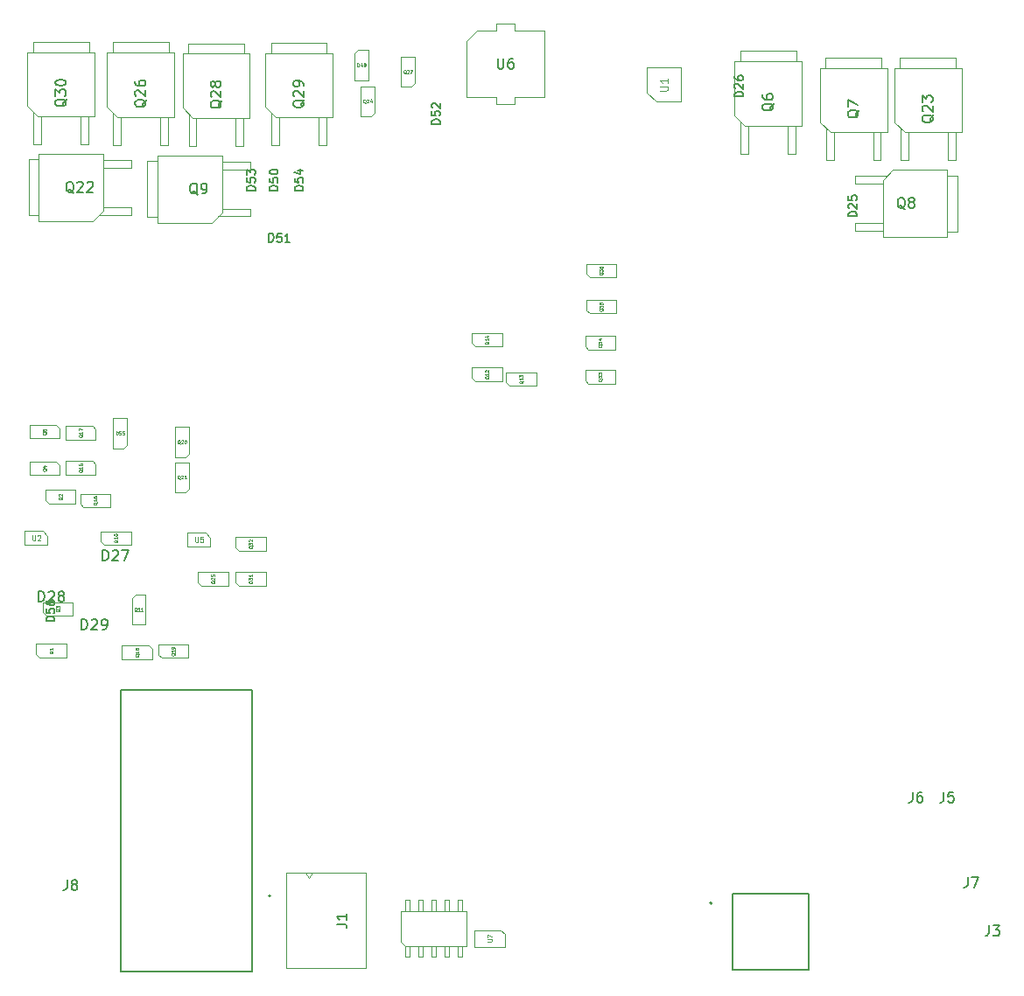
<source format=gbr>
G04 #@! TF.GenerationSoftware,KiCad,Pcbnew,(6.0.9)*
G04 #@! TF.CreationDate,2023-02-02T23:56:35+03:00*
G04 #@! TF.ProjectId,alphax_4ch,616c7068-6178-45f3-9463-682e6b696361,a*
G04 #@! TF.SameCoordinates,PX141f5e0PYa2cace0*
G04 #@! TF.FileFunction,AssemblyDrawing,Top*
%FSLAX46Y46*%
G04 Gerber Fmt 4.6, Leading zero omitted, Abs format (unit mm)*
G04 Created by KiCad (PCBNEW (6.0.9)) date 2023-02-02 23:56:35*
%MOMM*%
%LPD*%
G01*
G04 APERTURE LIST*
%ADD10C,0.170000*%
%ADD11C,0.150000*%
%ADD12C,0.050000*%
%ADD13C,0.075000*%
%ADD14C,0.110000*%
%ADD15C,0.060000*%
%ADD16C,0.100000*%
%ADD17C,0.127000*%
%ADD18C,0.200000*%
G04 APERTURE END LIST*
D10*
G04 #@! TO.C,D53*
X22970952Y75909286D02*
X22150952Y75909286D01*
X22150952Y76104524D01*
X22190000Y76221667D01*
X22268095Y76299762D01*
X22346190Y76338810D01*
X22502380Y76377858D01*
X22619523Y76377858D01*
X22775714Y76338810D01*
X22853809Y76299762D01*
X22931904Y76221667D01*
X22970952Y76104524D01*
X22970952Y75909286D01*
X22150952Y77119762D02*
X22150952Y76729286D01*
X22541428Y76690239D01*
X22502380Y76729286D01*
X22463333Y76807381D01*
X22463333Y77002620D01*
X22502380Y77080715D01*
X22541428Y77119762D01*
X22619523Y77158810D01*
X22814761Y77158810D01*
X22892857Y77119762D01*
X22931904Y77080715D01*
X22970952Y77002620D01*
X22970952Y76807381D01*
X22931904Y76729286D01*
X22892857Y76690239D01*
X22150952Y77432143D02*
X22150952Y77939762D01*
X22463333Y77666429D01*
X22463333Y77783572D01*
X22502380Y77861667D01*
X22541428Y77900715D01*
X22619523Y77939762D01*
X22814761Y77939762D01*
X22892857Y77900715D01*
X22931904Y77861667D01*
X22970952Y77783572D01*
X22970952Y77549286D01*
X22931904Y77471191D01*
X22892857Y77432143D01*
D11*
G04 #@! TO.C,J8*
X4769666Y9166620D02*
X4769666Y8452334D01*
X4722047Y8309477D01*
X4626809Y8214239D01*
X4483952Y8166620D01*
X4388714Y8166620D01*
X5388714Y8738048D02*
X5293476Y8785667D01*
X5245857Y8833286D01*
X5198238Y8928524D01*
X5198238Y8976143D01*
X5245857Y9071381D01*
X5293476Y9119000D01*
X5388714Y9166620D01*
X5579190Y9166620D01*
X5674428Y9119000D01*
X5722047Y9071381D01*
X5769666Y8976143D01*
X5769666Y8928524D01*
X5722047Y8833286D01*
X5674428Y8785667D01*
X5579190Y8738048D01*
X5388714Y8738048D01*
X5293476Y8690429D01*
X5245857Y8642810D01*
X5198238Y8547572D01*
X5198238Y8357096D01*
X5245857Y8261858D01*
X5293476Y8214239D01*
X5388714Y8166620D01*
X5579190Y8166620D01*
X5674428Y8214239D01*
X5722047Y8261858D01*
X5769666Y8357096D01*
X5769666Y8547572D01*
X5722047Y8642810D01*
X5674428Y8690429D01*
X5579190Y8738048D01*
G04 #@! TO.C,J5*
X89566666Y17657620D02*
X89566666Y16943334D01*
X89519047Y16800477D01*
X89423809Y16705239D01*
X89280952Y16657620D01*
X89185714Y16657620D01*
X90519047Y17657620D02*
X90042857Y17657620D01*
X89995238Y17181429D01*
X90042857Y17229048D01*
X90138095Y17276667D01*
X90376190Y17276667D01*
X90471428Y17229048D01*
X90519047Y17181429D01*
X90566666Y17086191D01*
X90566666Y16848096D01*
X90519047Y16752858D01*
X90471428Y16705239D01*
X90376190Y16657620D01*
X90138095Y16657620D01*
X90042857Y16705239D01*
X89995238Y16752858D01*
D12*
G04 #@! TO.C,D49*
X32861428Y87905239D02*
X32861428Y88225239D01*
X32937619Y88225239D01*
X32983333Y88210000D01*
X33013809Y88179524D01*
X33029047Y88149048D01*
X33044285Y88088096D01*
X33044285Y88042381D01*
X33029047Y87981429D01*
X33013809Y87950953D01*
X32983333Y87920477D01*
X32937619Y87905239D01*
X32861428Y87905239D01*
X33318571Y88118572D02*
X33318571Y87905239D01*
X33242380Y88240477D02*
X33166190Y88011905D01*
X33364285Y88011905D01*
X33501428Y87905239D02*
X33562380Y87905239D01*
X33592857Y87920477D01*
X33608095Y87935715D01*
X33638571Y87981429D01*
X33653809Y88042381D01*
X33653809Y88164286D01*
X33638571Y88194762D01*
X33623333Y88210000D01*
X33592857Y88225239D01*
X33531904Y88225239D01*
X33501428Y88210000D01*
X33486190Y88194762D01*
X33470952Y88164286D01*
X33470952Y88088096D01*
X33486190Y88057620D01*
X33501428Y88042381D01*
X33531904Y88027143D01*
X33592857Y88027143D01*
X33623333Y88042381D01*
X33638571Y88057620D01*
X33653809Y88088096D01*
G04 #@! TO.C,Q13*
X48885238Y57467143D02*
X48870000Y57436667D01*
X48839523Y57406191D01*
X48793809Y57360477D01*
X48778571Y57330000D01*
X48778571Y57299524D01*
X48854761Y57314762D02*
X48839523Y57284286D01*
X48809047Y57253810D01*
X48748095Y57238572D01*
X48641428Y57238572D01*
X48580476Y57253810D01*
X48550000Y57284286D01*
X48534761Y57314762D01*
X48534761Y57375715D01*
X48550000Y57406191D01*
X48580476Y57436667D01*
X48641428Y57451905D01*
X48748095Y57451905D01*
X48809047Y57436667D01*
X48839523Y57406191D01*
X48854761Y57375715D01*
X48854761Y57314762D01*
X48854761Y57756667D02*
X48854761Y57573810D01*
X48854761Y57665239D02*
X48534761Y57665239D01*
X48580476Y57634762D01*
X48610952Y57604286D01*
X48626190Y57573810D01*
X48534761Y57863334D02*
X48534761Y58061429D01*
X48656666Y57954762D01*
X48656666Y58000477D01*
X48671904Y58030953D01*
X48687142Y58046191D01*
X48717619Y58061429D01*
X48793809Y58061429D01*
X48824285Y58046191D01*
X48839523Y58030953D01*
X48854761Y58000477D01*
X48854761Y57909048D01*
X48839523Y57878572D01*
X48824285Y57863334D01*
D11*
G04 #@! TO.C,Q29*
X27747619Y84678572D02*
X27700000Y84583334D01*
X27604761Y84488096D01*
X27461904Y84345239D01*
X27414285Y84250000D01*
X27414285Y84154762D01*
X27652380Y84202381D02*
X27604761Y84107143D01*
X27509523Y84011905D01*
X27319047Y83964286D01*
X26985714Y83964286D01*
X26795238Y84011905D01*
X26700000Y84107143D01*
X26652380Y84202381D01*
X26652380Y84392858D01*
X26700000Y84488096D01*
X26795238Y84583334D01*
X26985714Y84630953D01*
X27319047Y84630953D01*
X27509523Y84583334D01*
X27604761Y84488096D01*
X27652380Y84392858D01*
X27652380Y84202381D01*
X26747619Y85011905D02*
X26700000Y85059524D01*
X26652380Y85154762D01*
X26652380Y85392858D01*
X26700000Y85488096D01*
X26747619Y85535715D01*
X26842857Y85583334D01*
X26938095Y85583334D01*
X27080952Y85535715D01*
X27652380Y84964286D01*
X27652380Y85583334D01*
X27652380Y86059524D02*
X27652380Y86250000D01*
X27604761Y86345239D01*
X27557142Y86392858D01*
X27414285Y86488096D01*
X27223809Y86535715D01*
X26842857Y86535715D01*
X26747619Y86488096D01*
X26700000Y86440477D01*
X26652380Y86345239D01*
X26652380Y86154762D01*
X26700000Y86059524D01*
X26747619Y86011905D01*
X26842857Y85964286D01*
X27080952Y85964286D01*
X27176190Y86011905D01*
X27223809Y86059524D01*
X27271428Y86154762D01*
X27271428Y86345239D01*
X27223809Y86440477D01*
X27176190Y86488096D01*
X27080952Y86535715D01*
D12*
G04 #@! TO.C,Q1*
X3425238Y31319534D02*
X3410000Y31289058D01*
X3379523Y31258582D01*
X3333809Y31212868D01*
X3318571Y31182391D01*
X3318571Y31151915D01*
X3394761Y31167153D02*
X3379523Y31136677D01*
X3349047Y31106201D01*
X3288095Y31090963D01*
X3181428Y31090963D01*
X3120476Y31106201D01*
X3090000Y31136677D01*
X3074761Y31167153D01*
X3074761Y31228106D01*
X3090000Y31258582D01*
X3120476Y31289058D01*
X3181428Y31304296D01*
X3288095Y31304296D01*
X3349047Y31289058D01*
X3379523Y31258582D01*
X3394761Y31228106D01*
X3394761Y31167153D01*
X3394761Y31609058D02*
X3394761Y31426201D01*
X3394761Y31517630D02*
X3074761Y31517630D01*
X3120476Y31487153D01*
X3150952Y31456677D01*
X3166190Y31426201D01*
D13*
G04 #@! TO.C,U5*
X17169047Y42373810D02*
X17169047Y41969048D01*
X17192857Y41921429D01*
X17216666Y41897620D01*
X17264285Y41873810D01*
X17359523Y41873810D01*
X17407142Y41897620D01*
X17430952Y41921429D01*
X17454761Y41969048D01*
X17454761Y42373810D01*
X17930952Y42373810D02*
X17692857Y42373810D01*
X17669047Y42135715D01*
X17692857Y42159524D01*
X17740476Y42183334D01*
X17859523Y42183334D01*
X17907142Y42159524D01*
X17930952Y42135715D01*
X17954761Y42088096D01*
X17954761Y41969048D01*
X17930952Y41921429D01*
X17907142Y41897620D01*
X17859523Y41873810D01*
X17740476Y41873810D01*
X17692857Y41897620D01*
X17669047Y41921429D01*
D11*
G04 #@! TO.C,D28*
X2035714Y36097630D02*
X2035714Y37097630D01*
X2273809Y37097630D01*
X2416666Y37050010D01*
X2511904Y36954772D01*
X2559523Y36859534D01*
X2607142Y36669058D01*
X2607142Y36526201D01*
X2559523Y36335725D01*
X2511904Y36240487D01*
X2416666Y36145249D01*
X2273809Y36097630D01*
X2035714Y36097630D01*
X2988095Y37002391D02*
X3035714Y37050010D01*
X3130952Y37097630D01*
X3369047Y37097630D01*
X3464285Y37050010D01*
X3511904Y37002391D01*
X3559523Y36907153D01*
X3559523Y36811915D01*
X3511904Y36669058D01*
X2940476Y36097630D01*
X3559523Y36097630D01*
X4130952Y36669058D02*
X4035714Y36716677D01*
X3988095Y36764296D01*
X3940476Y36859534D01*
X3940476Y36907153D01*
X3988095Y37002391D01*
X4035714Y37050010D01*
X4130952Y37097630D01*
X4321428Y37097630D01*
X4416666Y37050010D01*
X4464285Y37002391D01*
X4511904Y36907153D01*
X4511904Y36859534D01*
X4464285Y36764296D01*
X4416666Y36716677D01*
X4321428Y36669058D01*
X4130952Y36669058D01*
X4035714Y36621439D01*
X3988095Y36573820D01*
X3940476Y36478582D01*
X3940476Y36288106D01*
X3988095Y36192868D01*
X4035714Y36145249D01*
X4130952Y36097630D01*
X4321428Y36097630D01*
X4416666Y36145249D01*
X4464285Y36192868D01*
X4511904Y36288106D01*
X4511904Y36478582D01*
X4464285Y36573820D01*
X4416666Y36621439D01*
X4321428Y36669058D01*
D12*
G04 #@! TO.C,Q35*
X56625238Y64467143D02*
X56610000Y64436667D01*
X56579523Y64406191D01*
X56533809Y64360477D01*
X56518571Y64330000D01*
X56518571Y64299524D01*
X56594761Y64314762D02*
X56579523Y64284286D01*
X56549047Y64253810D01*
X56488095Y64238572D01*
X56381428Y64238572D01*
X56320476Y64253810D01*
X56290000Y64284286D01*
X56274761Y64314762D01*
X56274761Y64375715D01*
X56290000Y64406191D01*
X56320476Y64436667D01*
X56381428Y64451905D01*
X56488095Y64451905D01*
X56549047Y64436667D01*
X56579523Y64406191D01*
X56594761Y64375715D01*
X56594761Y64314762D01*
X56274761Y64558572D02*
X56274761Y64756667D01*
X56396666Y64650000D01*
X56396666Y64695715D01*
X56411904Y64726191D01*
X56427142Y64741429D01*
X56457619Y64756667D01*
X56533809Y64756667D01*
X56564285Y64741429D01*
X56579523Y64726191D01*
X56594761Y64695715D01*
X56594761Y64604286D01*
X56579523Y64573810D01*
X56564285Y64558572D01*
X56274761Y65046191D02*
X56274761Y64893810D01*
X56427142Y64878572D01*
X56411904Y64893810D01*
X56396666Y64924286D01*
X56396666Y65000477D01*
X56411904Y65030953D01*
X56427142Y65046191D01*
X56457619Y65061429D01*
X56533809Y65061429D01*
X56564285Y65046191D01*
X56579523Y65030953D01*
X56594761Y65000477D01*
X56594761Y64924286D01*
X56579523Y64893810D01*
X56564285Y64878572D01*
D11*
G04 #@! TO.C,J1*
X30852380Y4866667D02*
X31566666Y4866667D01*
X31709523Y4819048D01*
X31804761Y4723810D01*
X31852380Y4580953D01*
X31852380Y4485715D01*
X31852380Y5866667D02*
X31852380Y5295239D01*
X31852380Y5580953D02*
X30852380Y5580953D01*
X30995238Y5485715D01*
X31090476Y5390477D01*
X31138095Y5295239D01*
G04 #@! TO.C,Q8*
X85854761Y74102381D02*
X85759523Y74150000D01*
X85664285Y74245239D01*
X85521428Y74388096D01*
X85426190Y74435715D01*
X85330952Y74435715D01*
X85378571Y74197620D02*
X85283333Y74245239D01*
X85188095Y74340477D01*
X85140476Y74530953D01*
X85140476Y74864286D01*
X85188095Y75054762D01*
X85283333Y75150000D01*
X85378571Y75197620D01*
X85569047Y75197620D01*
X85664285Y75150000D01*
X85759523Y75054762D01*
X85807142Y74864286D01*
X85807142Y74530953D01*
X85759523Y74340477D01*
X85664285Y74245239D01*
X85569047Y74197620D01*
X85378571Y74197620D01*
X86378571Y74769048D02*
X86283333Y74816667D01*
X86235714Y74864286D01*
X86188095Y74959524D01*
X86188095Y75007143D01*
X86235714Y75102381D01*
X86283333Y75150000D01*
X86378571Y75197620D01*
X86569047Y75197620D01*
X86664285Y75150000D01*
X86711904Y75102381D01*
X86759523Y75007143D01*
X86759523Y74959524D01*
X86711904Y74864286D01*
X86664285Y74816667D01*
X86569047Y74769048D01*
X86378571Y74769048D01*
X86283333Y74721429D01*
X86235714Y74673810D01*
X86188095Y74578572D01*
X86188095Y74388096D01*
X86235714Y74292858D01*
X86283333Y74245239D01*
X86378571Y74197620D01*
X86569047Y74197620D01*
X86664285Y74245239D01*
X86711904Y74292858D01*
X86759523Y74388096D01*
X86759523Y74578572D01*
X86711904Y74673810D01*
X86664285Y74721429D01*
X86569047Y74769048D01*
D12*
G04 #@! TO.C,Q4*
X2775238Y48969534D02*
X2760000Y48939058D01*
X2729523Y48908582D01*
X2683809Y48862868D01*
X2668571Y48832391D01*
X2668571Y48801915D01*
X2744761Y48817153D02*
X2729523Y48786677D01*
X2699047Y48756201D01*
X2638095Y48740963D01*
X2531428Y48740963D01*
X2470476Y48756201D01*
X2440000Y48786677D01*
X2424761Y48817153D01*
X2424761Y48878106D01*
X2440000Y48908582D01*
X2470476Y48939058D01*
X2531428Y48954296D01*
X2638095Y48954296D01*
X2699047Y48939058D01*
X2729523Y48908582D01*
X2744761Y48878106D01*
X2744761Y48817153D01*
X2531428Y49228582D02*
X2744761Y49228582D01*
X2409523Y49152391D02*
X2638095Y49076201D01*
X2638095Y49274296D01*
G04 #@! TO.C,Q3*
X4075238Y35369524D02*
X4060000Y35339048D01*
X4029523Y35308572D01*
X3983809Y35262858D01*
X3968571Y35232381D01*
X3968571Y35201905D01*
X4044761Y35217143D02*
X4029523Y35186667D01*
X3999047Y35156191D01*
X3938095Y35140953D01*
X3831428Y35140953D01*
X3770476Y35156191D01*
X3740000Y35186667D01*
X3724761Y35217143D01*
X3724761Y35278096D01*
X3740000Y35308572D01*
X3770476Y35339048D01*
X3831428Y35354286D01*
X3938095Y35354286D01*
X3999047Y35339048D01*
X4029523Y35308572D01*
X4044761Y35278096D01*
X4044761Y35217143D01*
X3724761Y35460953D02*
X3724761Y35659048D01*
X3846666Y35552381D01*
X3846666Y35598096D01*
X3861904Y35628572D01*
X3877142Y35643810D01*
X3907619Y35659048D01*
X3983809Y35659048D01*
X4014285Y35643810D01*
X4029523Y35628572D01*
X4044761Y35598096D01*
X4044761Y35506667D01*
X4029523Y35476191D01*
X4014285Y35460953D01*
D11*
G04 #@! TO.C,U6*
X46438095Y88697620D02*
X46438095Y87888096D01*
X46485714Y87792858D01*
X46533333Y87745239D01*
X46628571Y87697620D01*
X46819047Y87697620D01*
X46914285Y87745239D01*
X46961904Y87792858D01*
X47009523Y87888096D01*
X47009523Y88697620D01*
X47914285Y88697620D02*
X47723809Y88697620D01*
X47628571Y88650000D01*
X47580952Y88602381D01*
X47485714Y88459524D01*
X47438095Y88269048D01*
X47438095Y87888096D01*
X47485714Y87792858D01*
X47533333Y87745239D01*
X47628571Y87697620D01*
X47819047Y87697620D01*
X47914285Y87745239D01*
X47961904Y87792858D01*
X48009523Y87888096D01*
X48009523Y88126191D01*
X47961904Y88221429D01*
X47914285Y88269048D01*
X47819047Y88316667D01*
X47628571Y88316667D01*
X47533333Y88269048D01*
X47485714Y88221429D01*
X47438095Y88126191D01*
D12*
G04 #@! TO.C,Q31*
X22725238Y38117143D02*
X22710000Y38086667D01*
X22679523Y38056191D01*
X22633809Y38010477D01*
X22618571Y37980000D01*
X22618571Y37949524D01*
X22694761Y37964762D02*
X22679523Y37934286D01*
X22649047Y37903810D01*
X22588095Y37888572D01*
X22481428Y37888572D01*
X22420476Y37903810D01*
X22390000Y37934286D01*
X22374761Y37964762D01*
X22374761Y38025715D01*
X22390000Y38056191D01*
X22420476Y38086667D01*
X22481428Y38101905D01*
X22588095Y38101905D01*
X22649047Y38086667D01*
X22679523Y38056191D01*
X22694761Y38025715D01*
X22694761Y37964762D01*
X22374761Y38208572D02*
X22374761Y38406667D01*
X22496666Y38300000D01*
X22496666Y38345715D01*
X22511904Y38376191D01*
X22527142Y38391429D01*
X22557619Y38406667D01*
X22633809Y38406667D01*
X22664285Y38391429D01*
X22679523Y38376191D01*
X22694761Y38345715D01*
X22694761Y38254286D01*
X22679523Y38223810D01*
X22664285Y38208572D01*
X22694761Y38711429D02*
X22694761Y38528572D01*
X22694761Y38620000D02*
X22374761Y38620000D01*
X22420476Y38589524D01*
X22450952Y38559048D01*
X22466190Y38528572D01*
D13*
G04 #@! TO.C,U2*
X1419047Y42523820D02*
X1419047Y42119058D01*
X1442857Y42071439D01*
X1466666Y42047630D01*
X1514285Y42023820D01*
X1609523Y42023820D01*
X1657142Y42047630D01*
X1680952Y42071439D01*
X1704761Y42119058D01*
X1704761Y42523820D01*
X1919047Y42476201D02*
X1942857Y42500010D01*
X1990476Y42523820D01*
X2109523Y42523820D01*
X2157142Y42500010D01*
X2180952Y42476201D01*
X2204761Y42428582D01*
X2204761Y42380963D01*
X2180952Y42309534D01*
X1895238Y42023820D01*
X2204761Y42023820D01*
D12*
G04 #@! TO.C,Q15*
X7675238Y45717143D02*
X7660000Y45686667D01*
X7629523Y45656191D01*
X7583809Y45610477D01*
X7568571Y45580000D01*
X7568571Y45549524D01*
X7644761Y45564762D02*
X7629523Y45534286D01*
X7599047Y45503810D01*
X7538095Y45488572D01*
X7431428Y45488572D01*
X7370476Y45503810D01*
X7340000Y45534286D01*
X7324761Y45564762D01*
X7324761Y45625715D01*
X7340000Y45656191D01*
X7370476Y45686667D01*
X7431428Y45701905D01*
X7538095Y45701905D01*
X7599047Y45686667D01*
X7629523Y45656191D01*
X7644761Y45625715D01*
X7644761Y45564762D01*
X7644761Y46006667D02*
X7644761Y45823810D01*
X7644761Y45915239D02*
X7324761Y45915239D01*
X7370476Y45884762D01*
X7400952Y45854286D01*
X7416190Y45823810D01*
X7324761Y46296191D02*
X7324761Y46143810D01*
X7477142Y46128572D01*
X7461904Y46143810D01*
X7446666Y46174286D01*
X7446666Y46250477D01*
X7461904Y46280953D01*
X7477142Y46296191D01*
X7507619Y46311429D01*
X7583809Y46311429D01*
X7614285Y46296191D01*
X7629523Y46280953D01*
X7644761Y46250477D01*
X7644761Y46174286D01*
X7629523Y46143810D01*
X7614285Y46128572D01*
G04 #@! TO.C,Q33*
X56525238Y57667143D02*
X56510000Y57636667D01*
X56479523Y57606191D01*
X56433809Y57560477D01*
X56418571Y57530000D01*
X56418571Y57499524D01*
X56494761Y57514762D02*
X56479523Y57484286D01*
X56449047Y57453810D01*
X56388095Y57438572D01*
X56281428Y57438572D01*
X56220476Y57453810D01*
X56190000Y57484286D01*
X56174761Y57514762D01*
X56174761Y57575715D01*
X56190000Y57606191D01*
X56220476Y57636667D01*
X56281428Y57651905D01*
X56388095Y57651905D01*
X56449047Y57636667D01*
X56479523Y57606191D01*
X56494761Y57575715D01*
X56494761Y57514762D01*
X56174761Y57758572D02*
X56174761Y57956667D01*
X56296666Y57850000D01*
X56296666Y57895715D01*
X56311904Y57926191D01*
X56327142Y57941429D01*
X56357619Y57956667D01*
X56433809Y57956667D01*
X56464285Y57941429D01*
X56479523Y57926191D01*
X56494761Y57895715D01*
X56494761Y57804286D01*
X56479523Y57773810D01*
X56464285Y57758572D01*
X56174761Y58063334D02*
X56174761Y58261429D01*
X56296666Y58154762D01*
X56296666Y58200477D01*
X56311904Y58230953D01*
X56327142Y58246191D01*
X56357619Y58261429D01*
X56433809Y58261429D01*
X56464285Y58246191D01*
X56479523Y58230953D01*
X56494761Y58200477D01*
X56494761Y58109048D01*
X56479523Y58078572D01*
X56464285Y58063334D01*
G04 #@! TO.C,Q19*
X15225238Y31117143D02*
X15210000Y31086667D01*
X15179523Y31056191D01*
X15133809Y31010477D01*
X15118571Y30980000D01*
X15118571Y30949524D01*
X15194761Y30964762D02*
X15179523Y30934286D01*
X15149047Y30903810D01*
X15088095Y30888572D01*
X14981428Y30888572D01*
X14920476Y30903810D01*
X14890000Y30934286D01*
X14874761Y30964762D01*
X14874761Y31025715D01*
X14890000Y31056191D01*
X14920476Y31086667D01*
X14981428Y31101905D01*
X15088095Y31101905D01*
X15149047Y31086667D01*
X15179523Y31056191D01*
X15194761Y31025715D01*
X15194761Y30964762D01*
X15194761Y31406667D02*
X15194761Y31223810D01*
X15194761Y31315239D02*
X14874761Y31315239D01*
X14920476Y31284762D01*
X14950952Y31254286D01*
X14966190Y31223810D01*
X15194761Y31559048D02*
X15194761Y31620000D01*
X15179523Y31650477D01*
X15164285Y31665715D01*
X15118571Y31696191D01*
X15057619Y31711429D01*
X14935714Y31711429D01*
X14905238Y31696191D01*
X14890000Y31680953D01*
X14874761Y31650477D01*
X14874761Y31589524D01*
X14890000Y31559048D01*
X14905238Y31543810D01*
X14935714Y31528572D01*
X15011904Y31528572D01*
X15042380Y31543810D01*
X15057619Y31559048D01*
X15072857Y31589524D01*
X15072857Y31650477D01*
X15057619Y31680953D01*
X15042380Y31696191D01*
X15011904Y31711429D01*
G04 #@! TO.C,Q32*
X22725238Y41517143D02*
X22710000Y41486667D01*
X22679523Y41456191D01*
X22633809Y41410477D01*
X22618571Y41380000D01*
X22618571Y41349524D01*
X22694761Y41364762D02*
X22679523Y41334286D01*
X22649047Y41303810D01*
X22588095Y41288572D01*
X22481428Y41288572D01*
X22420476Y41303810D01*
X22390000Y41334286D01*
X22374761Y41364762D01*
X22374761Y41425715D01*
X22390000Y41456191D01*
X22420476Y41486667D01*
X22481428Y41501905D01*
X22588095Y41501905D01*
X22649047Y41486667D01*
X22679523Y41456191D01*
X22694761Y41425715D01*
X22694761Y41364762D01*
X22374761Y41608572D02*
X22374761Y41806667D01*
X22496666Y41700000D01*
X22496666Y41745715D01*
X22511904Y41776191D01*
X22527142Y41791429D01*
X22557619Y41806667D01*
X22633809Y41806667D01*
X22664285Y41791429D01*
X22679523Y41776191D01*
X22694761Y41745715D01*
X22694761Y41654286D01*
X22679523Y41623810D01*
X22664285Y41608572D01*
X22405238Y41928572D02*
X22390000Y41943810D01*
X22374761Y41974286D01*
X22374761Y42050477D01*
X22390000Y42080953D01*
X22405238Y42096191D01*
X22435714Y42111429D01*
X22466190Y42111429D01*
X22511904Y42096191D01*
X22694761Y41913334D01*
X22694761Y42111429D01*
G04 #@! TO.C,Q18*
X11725238Y31017143D02*
X11710000Y30986667D01*
X11679523Y30956191D01*
X11633809Y30910477D01*
X11618571Y30880000D01*
X11618571Y30849524D01*
X11694761Y30864762D02*
X11679523Y30834286D01*
X11649047Y30803810D01*
X11588095Y30788572D01*
X11481428Y30788572D01*
X11420476Y30803810D01*
X11390000Y30834286D01*
X11374761Y30864762D01*
X11374761Y30925715D01*
X11390000Y30956191D01*
X11420476Y30986667D01*
X11481428Y31001905D01*
X11588095Y31001905D01*
X11649047Y30986667D01*
X11679523Y30956191D01*
X11694761Y30925715D01*
X11694761Y30864762D01*
X11694761Y31306667D02*
X11694761Y31123810D01*
X11694761Y31215239D02*
X11374761Y31215239D01*
X11420476Y31184762D01*
X11450952Y31154286D01*
X11466190Y31123810D01*
X11511904Y31489524D02*
X11496666Y31459048D01*
X11481428Y31443810D01*
X11450952Y31428572D01*
X11435714Y31428572D01*
X11405238Y31443810D01*
X11390000Y31459048D01*
X11374761Y31489524D01*
X11374761Y31550477D01*
X11390000Y31580953D01*
X11405238Y31596191D01*
X11435714Y31611429D01*
X11450952Y31611429D01*
X11481428Y31596191D01*
X11496666Y31580953D01*
X11511904Y31550477D01*
X11511904Y31489524D01*
X11527142Y31459048D01*
X11542380Y31443810D01*
X11572857Y31428572D01*
X11633809Y31428572D01*
X11664285Y31443810D01*
X11679523Y31459048D01*
X11694761Y31489524D01*
X11694761Y31550477D01*
X11679523Y31580953D01*
X11664285Y31596191D01*
X11633809Y31611429D01*
X11572857Y31611429D01*
X11542380Y31596191D01*
X11527142Y31580953D01*
X11511904Y31550477D01*
D10*
G04 #@! TO.C,D26*
X70170952Y85009286D02*
X69350952Y85009286D01*
X69350952Y85204524D01*
X69390000Y85321667D01*
X69468095Y85399762D01*
X69546190Y85438810D01*
X69702380Y85477858D01*
X69819523Y85477858D01*
X69975714Y85438810D01*
X70053809Y85399762D01*
X70131904Y85321667D01*
X70170952Y85204524D01*
X70170952Y85009286D01*
X69429047Y85790239D02*
X69390000Y85829286D01*
X69350952Y85907381D01*
X69350952Y86102620D01*
X69390000Y86180715D01*
X69429047Y86219762D01*
X69507142Y86258810D01*
X69585238Y86258810D01*
X69702380Y86219762D01*
X70170952Y85751191D01*
X70170952Y86258810D01*
X69350952Y86961667D02*
X69350952Y86805477D01*
X69390000Y86727381D01*
X69429047Y86688334D01*
X69546190Y86610239D01*
X69702380Y86571191D01*
X70014761Y86571191D01*
X70092857Y86610239D01*
X70131904Y86649286D01*
X70170952Y86727381D01*
X70170952Y86883572D01*
X70131904Y86961667D01*
X70092857Y87000715D01*
X70014761Y87039762D01*
X69819523Y87039762D01*
X69741428Y87000715D01*
X69702380Y86961667D01*
X69663333Y86883572D01*
X69663333Y86727381D01*
X69702380Y86649286D01*
X69741428Y86610239D01*
X69819523Y86571191D01*
D11*
G04 #@! TO.C,Q30*
X4747619Y84778572D02*
X4700000Y84683334D01*
X4604761Y84588096D01*
X4461904Y84445239D01*
X4414285Y84350000D01*
X4414285Y84254762D01*
X4652380Y84302381D02*
X4604761Y84207143D01*
X4509523Y84111905D01*
X4319047Y84064286D01*
X3985714Y84064286D01*
X3795238Y84111905D01*
X3700000Y84207143D01*
X3652380Y84302381D01*
X3652380Y84492858D01*
X3700000Y84588096D01*
X3795238Y84683334D01*
X3985714Y84730953D01*
X4319047Y84730953D01*
X4509523Y84683334D01*
X4604761Y84588096D01*
X4652380Y84492858D01*
X4652380Y84302381D01*
X3652380Y85064286D02*
X3652380Y85683334D01*
X4033333Y85350000D01*
X4033333Y85492858D01*
X4080952Y85588096D01*
X4128571Y85635715D01*
X4223809Y85683334D01*
X4461904Y85683334D01*
X4557142Y85635715D01*
X4604761Y85588096D01*
X4652380Y85492858D01*
X4652380Y85207143D01*
X4604761Y85111905D01*
X4557142Y85064286D01*
X3652380Y86302381D02*
X3652380Y86397620D01*
X3700000Y86492858D01*
X3747619Y86540477D01*
X3842857Y86588096D01*
X4033333Y86635715D01*
X4271428Y86635715D01*
X4461904Y86588096D01*
X4557142Y86540477D01*
X4604761Y86492858D01*
X4652380Y86397620D01*
X4652380Y86302381D01*
X4604761Y86207143D01*
X4557142Y86159524D01*
X4461904Y86111905D01*
X4271428Y86064286D01*
X4033333Y86064286D01*
X3842857Y86111905D01*
X3747619Y86159524D01*
X3700000Y86207143D01*
X3652380Y86302381D01*
G04 #@! TO.C,J6*
X86556666Y17657620D02*
X86556666Y16943334D01*
X86509047Y16800477D01*
X86413809Y16705239D01*
X86270952Y16657620D01*
X86175714Y16657620D01*
X87461428Y17657620D02*
X87270952Y17657620D01*
X87175714Y17610000D01*
X87128095Y17562381D01*
X87032857Y17419524D01*
X86985238Y17229048D01*
X86985238Y16848096D01*
X87032857Y16752858D01*
X87080476Y16705239D01*
X87175714Y16657620D01*
X87366190Y16657620D01*
X87461428Y16705239D01*
X87509047Y16752858D01*
X87556666Y16848096D01*
X87556666Y17086191D01*
X87509047Y17181429D01*
X87461428Y17229048D01*
X87366190Y17276667D01*
X87175714Y17276667D01*
X87080476Y17229048D01*
X87032857Y17181429D01*
X86985238Y17086191D01*
D12*
G04 #@! TO.C,Q14*
X45575238Y61267143D02*
X45560000Y61236667D01*
X45529523Y61206191D01*
X45483809Y61160477D01*
X45468571Y61130000D01*
X45468571Y61099524D01*
X45544761Y61114762D02*
X45529523Y61084286D01*
X45499047Y61053810D01*
X45438095Y61038572D01*
X45331428Y61038572D01*
X45270476Y61053810D01*
X45240000Y61084286D01*
X45224761Y61114762D01*
X45224761Y61175715D01*
X45240000Y61206191D01*
X45270476Y61236667D01*
X45331428Y61251905D01*
X45438095Y61251905D01*
X45499047Y61236667D01*
X45529523Y61206191D01*
X45544761Y61175715D01*
X45544761Y61114762D01*
X45544761Y61556667D02*
X45544761Y61373810D01*
X45544761Y61465239D02*
X45224761Y61465239D01*
X45270476Y61434762D01*
X45300952Y61404286D01*
X45316190Y61373810D01*
X45331428Y61830953D02*
X45544761Y61830953D01*
X45209523Y61754762D02*
X45438095Y61678572D01*
X45438095Y61876667D01*
G04 #@! TO.C,Q27*
X37567142Y87224762D02*
X37536666Y87240000D01*
X37506190Y87270477D01*
X37460476Y87316191D01*
X37430000Y87331429D01*
X37399523Y87331429D01*
X37414761Y87255239D02*
X37384285Y87270477D01*
X37353809Y87300953D01*
X37338571Y87361905D01*
X37338571Y87468572D01*
X37353809Y87529524D01*
X37384285Y87560000D01*
X37414761Y87575239D01*
X37475714Y87575239D01*
X37506190Y87560000D01*
X37536666Y87529524D01*
X37551904Y87468572D01*
X37551904Y87361905D01*
X37536666Y87300953D01*
X37506190Y87270477D01*
X37475714Y87255239D01*
X37414761Y87255239D01*
X37673809Y87544762D02*
X37689047Y87560000D01*
X37719523Y87575239D01*
X37795714Y87575239D01*
X37826190Y87560000D01*
X37841428Y87544762D01*
X37856666Y87514286D01*
X37856666Y87483810D01*
X37841428Y87438096D01*
X37658571Y87255239D01*
X37856666Y87255239D01*
X37963333Y87575239D02*
X38176666Y87575239D01*
X38039523Y87255239D01*
D11*
G04 #@! TO.C,D29*
X6185714Y33397620D02*
X6185714Y34397620D01*
X6423809Y34397620D01*
X6566666Y34350000D01*
X6661904Y34254762D01*
X6709523Y34159524D01*
X6757142Y33969048D01*
X6757142Y33826191D01*
X6709523Y33635715D01*
X6661904Y33540477D01*
X6566666Y33445239D01*
X6423809Y33397620D01*
X6185714Y33397620D01*
X7138095Y34302381D02*
X7185714Y34350000D01*
X7280952Y34397620D01*
X7519047Y34397620D01*
X7614285Y34350000D01*
X7661904Y34302381D01*
X7709523Y34207143D01*
X7709523Y34111905D01*
X7661904Y33969048D01*
X7090476Y33397620D01*
X7709523Y33397620D01*
X8185714Y33397620D02*
X8376190Y33397620D01*
X8471428Y33445239D01*
X8519047Y33492858D01*
X8614285Y33635715D01*
X8661904Y33826191D01*
X8661904Y34207143D01*
X8614285Y34302381D01*
X8566666Y34350000D01*
X8471428Y34397620D01*
X8280952Y34397620D01*
X8185714Y34350000D01*
X8138095Y34302381D01*
X8090476Y34207143D01*
X8090476Y33969048D01*
X8138095Y33873810D01*
X8185714Y33826191D01*
X8280952Y33778572D01*
X8471428Y33778572D01*
X8566666Y33826191D01*
X8614285Y33873810D01*
X8661904Y33969048D01*
D12*
G04 #@! TO.C,Q34*
X56525238Y60979643D02*
X56510000Y60949167D01*
X56479523Y60918691D01*
X56433809Y60872977D01*
X56418571Y60842500D01*
X56418571Y60812024D01*
X56494761Y60827262D02*
X56479523Y60796786D01*
X56449047Y60766310D01*
X56388095Y60751072D01*
X56281428Y60751072D01*
X56220476Y60766310D01*
X56190000Y60796786D01*
X56174761Y60827262D01*
X56174761Y60888215D01*
X56190000Y60918691D01*
X56220476Y60949167D01*
X56281428Y60964405D01*
X56388095Y60964405D01*
X56449047Y60949167D01*
X56479523Y60918691D01*
X56494761Y60888215D01*
X56494761Y60827262D01*
X56174761Y61071072D02*
X56174761Y61269167D01*
X56296666Y61162500D01*
X56296666Y61208215D01*
X56311904Y61238691D01*
X56327142Y61253929D01*
X56357619Y61269167D01*
X56433809Y61269167D01*
X56464285Y61253929D01*
X56479523Y61238691D01*
X56494761Y61208215D01*
X56494761Y61116786D01*
X56479523Y61086310D01*
X56464285Y61071072D01*
X56281428Y61543453D02*
X56494761Y61543453D01*
X56159523Y61467262D02*
X56388095Y61391072D01*
X56388095Y61589167D01*
D10*
G04 #@! TO.C,D50*
X25170952Y75904286D02*
X24350952Y75904286D01*
X24350952Y76099524D01*
X24390000Y76216667D01*
X24468095Y76294762D01*
X24546190Y76333810D01*
X24702380Y76372858D01*
X24819523Y76372858D01*
X24975714Y76333810D01*
X25053809Y76294762D01*
X25131904Y76216667D01*
X25170952Y76099524D01*
X25170952Y75904286D01*
X24350952Y77114762D02*
X24350952Y76724286D01*
X24741428Y76685239D01*
X24702380Y76724286D01*
X24663333Y76802381D01*
X24663333Y76997620D01*
X24702380Y77075715D01*
X24741428Y77114762D01*
X24819523Y77153810D01*
X25014761Y77153810D01*
X25092857Y77114762D01*
X25131904Y77075715D01*
X25170952Y76997620D01*
X25170952Y76802381D01*
X25131904Y76724286D01*
X25092857Y76685239D01*
X24350952Y77661429D02*
X24350952Y77739524D01*
X24390000Y77817620D01*
X24429047Y77856667D01*
X24507142Y77895715D01*
X24663333Y77934762D01*
X24858571Y77934762D01*
X25014761Y77895715D01*
X25092857Y77856667D01*
X25131904Y77817620D01*
X25170952Y77739524D01*
X25170952Y77661429D01*
X25131904Y77583334D01*
X25092857Y77544286D01*
X25014761Y77505239D01*
X24858571Y77466191D01*
X24663333Y77466191D01*
X24507142Y77505239D01*
X24429047Y77544286D01*
X24390000Y77583334D01*
X24350952Y77661429D01*
G04 #@! TO.C,D56*
X3570952Y34204286D02*
X2750952Y34204286D01*
X2750952Y34399524D01*
X2790000Y34516667D01*
X2868095Y34594762D01*
X2946190Y34633810D01*
X3102380Y34672858D01*
X3219523Y34672858D01*
X3375714Y34633810D01*
X3453809Y34594762D01*
X3531904Y34516667D01*
X3570952Y34399524D01*
X3570952Y34204286D01*
X2750952Y35414762D02*
X2750952Y35024286D01*
X3141428Y34985239D01*
X3102380Y35024286D01*
X3063333Y35102381D01*
X3063333Y35297620D01*
X3102380Y35375715D01*
X3141428Y35414762D01*
X3219523Y35453810D01*
X3414761Y35453810D01*
X3492857Y35414762D01*
X3531904Y35375715D01*
X3570952Y35297620D01*
X3570952Y35102381D01*
X3531904Y35024286D01*
X3492857Y34985239D01*
X2750952Y36156667D02*
X2750952Y36000477D01*
X2790000Y35922381D01*
X2829047Y35883334D01*
X2946190Y35805239D01*
X3102380Y35766191D01*
X3414761Y35766191D01*
X3492857Y35805239D01*
X3531904Y35844286D01*
X3570952Y35922381D01*
X3570952Y36078572D01*
X3531904Y36156667D01*
X3492857Y36195715D01*
X3414761Y36234762D01*
X3219523Y36234762D01*
X3141428Y36195715D01*
X3102380Y36156667D01*
X3063333Y36078572D01*
X3063333Y35922381D01*
X3102380Y35844286D01*
X3141428Y35805239D01*
X3219523Y35766191D01*
D14*
G04 #@! TO.C,U1*
X62139285Y85568572D02*
X62746428Y85568572D01*
X62817857Y85604286D01*
X62853571Y85640000D01*
X62889285Y85711429D01*
X62889285Y85854286D01*
X62853571Y85925715D01*
X62817857Y85961429D01*
X62746428Y85997143D01*
X62139285Y85997143D01*
X62889285Y86747143D02*
X62889285Y86318572D01*
X62889285Y86532858D02*
X62139285Y86532858D01*
X62246428Y86461429D01*
X62317857Y86390000D01*
X62353571Y86318572D01*
D12*
G04 #@! TO.C,Q17*
X6275238Y52267153D02*
X6260000Y52236677D01*
X6229523Y52206201D01*
X6183809Y52160487D01*
X6168571Y52130010D01*
X6168571Y52099534D01*
X6244761Y52114772D02*
X6229523Y52084296D01*
X6199047Y52053820D01*
X6138095Y52038582D01*
X6031428Y52038582D01*
X5970476Y52053820D01*
X5940000Y52084296D01*
X5924761Y52114772D01*
X5924761Y52175725D01*
X5940000Y52206201D01*
X5970476Y52236677D01*
X6031428Y52251915D01*
X6138095Y52251915D01*
X6199047Y52236677D01*
X6229523Y52206201D01*
X6244761Y52175725D01*
X6244761Y52114772D01*
X6244761Y52556677D02*
X6244761Y52373820D01*
X6244761Y52465249D02*
X5924761Y52465249D01*
X5970476Y52434772D01*
X6000952Y52404296D01*
X6016190Y52373820D01*
X5924761Y52663344D02*
X5924761Y52876677D01*
X6244761Y52739534D01*
G04 #@! TO.C,Q20*
X15717142Y51374772D02*
X15686666Y51390010D01*
X15656190Y51420487D01*
X15610476Y51466201D01*
X15580000Y51481439D01*
X15549523Y51481439D01*
X15564761Y51405249D02*
X15534285Y51420487D01*
X15503809Y51450963D01*
X15488571Y51511915D01*
X15488571Y51618582D01*
X15503809Y51679534D01*
X15534285Y51710010D01*
X15564761Y51725249D01*
X15625714Y51725249D01*
X15656190Y51710010D01*
X15686666Y51679534D01*
X15701904Y51618582D01*
X15701904Y51511915D01*
X15686666Y51450963D01*
X15656190Y51420487D01*
X15625714Y51405249D01*
X15564761Y51405249D01*
X15823809Y51694772D02*
X15839047Y51710010D01*
X15869523Y51725249D01*
X15945714Y51725249D01*
X15976190Y51710010D01*
X15991428Y51694772D01*
X16006666Y51664296D01*
X16006666Y51633820D01*
X15991428Y51588106D01*
X15808571Y51405249D01*
X16006666Y51405249D01*
X16204761Y51725249D02*
X16235238Y51725249D01*
X16265714Y51710010D01*
X16280952Y51694772D01*
X16296190Y51664296D01*
X16311428Y51603344D01*
X16311428Y51527153D01*
X16296190Y51466201D01*
X16280952Y51435725D01*
X16265714Y51420487D01*
X16235238Y51405249D01*
X16204761Y51405249D01*
X16174285Y51420487D01*
X16159047Y51435725D01*
X16143809Y51466201D01*
X16128571Y51527153D01*
X16128571Y51603344D01*
X16143809Y51664296D01*
X16159047Y51694772D01*
X16174285Y51710010D01*
X16204761Y51725249D01*
D11*
G04 #@! TO.C,Q26*
X12447619Y84728572D02*
X12400000Y84633334D01*
X12304761Y84538096D01*
X12161904Y84395239D01*
X12114285Y84300000D01*
X12114285Y84204762D01*
X12352380Y84252381D02*
X12304761Y84157143D01*
X12209523Y84061905D01*
X12019047Y84014286D01*
X11685714Y84014286D01*
X11495238Y84061905D01*
X11400000Y84157143D01*
X11352380Y84252381D01*
X11352380Y84442858D01*
X11400000Y84538096D01*
X11495238Y84633334D01*
X11685714Y84680953D01*
X12019047Y84680953D01*
X12209523Y84633334D01*
X12304761Y84538096D01*
X12352380Y84442858D01*
X12352380Y84252381D01*
X11447619Y85061905D02*
X11400000Y85109524D01*
X11352380Y85204762D01*
X11352380Y85442858D01*
X11400000Y85538096D01*
X11447619Y85585715D01*
X11542857Y85633334D01*
X11638095Y85633334D01*
X11780952Y85585715D01*
X12352380Y85014286D01*
X12352380Y85633334D01*
X11352380Y86490477D02*
X11352380Y86300000D01*
X11400000Y86204762D01*
X11447619Y86157143D01*
X11590476Y86061905D01*
X11780952Y86014286D01*
X12161904Y86014286D01*
X12257142Y86061905D01*
X12304761Y86109524D01*
X12352380Y86204762D01*
X12352380Y86395239D01*
X12304761Y86490477D01*
X12257142Y86538096D01*
X12161904Y86585715D01*
X11923809Y86585715D01*
X11828571Y86538096D01*
X11780952Y86490477D01*
X11733333Y86395239D01*
X11733333Y86204762D01*
X11780952Y86109524D01*
X11828571Y86061905D01*
X11923809Y86014286D01*
D12*
G04 #@! TO.C,Q5*
X2775238Y52519534D02*
X2760000Y52489058D01*
X2729523Y52458582D01*
X2683809Y52412868D01*
X2668571Y52382391D01*
X2668571Y52351915D01*
X2744761Y52367153D02*
X2729523Y52336677D01*
X2699047Y52306201D01*
X2638095Y52290963D01*
X2531428Y52290963D01*
X2470476Y52306201D01*
X2440000Y52336677D01*
X2424761Y52367153D01*
X2424761Y52428106D01*
X2440000Y52458582D01*
X2470476Y52489058D01*
X2531428Y52504296D01*
X2638095Y52504296D01*
X2699047Y52489058D01*
X2729523Y52458582D01*
X2744761Y52428106D01*
X2744761Y52367153D01*
X2424761Y52793820D02*
X2424761Y52641439D01*
X2577142Y52626201D01*
X2561904Y52641439D01*
X2546666Y52671915D01*
X2546666Y52748106D01*
X2561904Y52778582D01*
X2577142Y52793820D01*
X2607619Y52809058D01*
X2683809Y52809058D01*
X2714285Y52793820D01*
X2729523Y52778582D01*
X2744761Y52748106D01*
X2744761Y52671915D01*
X2729523Y52641439D01*
X2714285Y52626201D01*
G04 #@! TO.C,Q12*
X45575238Y57917143D02*
X45560000Y57886667D01*
X45529523Y57856191D01*
X45483809Y57810477D01*
X45468571Y57780000D01*
X45468571Y57749524D01*
X45544761Y57764762D02*
X45529523Y57734286D01*
X45499047Y57703810D01*
X45438095Y57688572D01*
X45331428Y57688572D01*
X45270476Y57703810D01*
X45240000Y57734286D01*
X45224761Y57764762D01*
X45224761Y57825715D01*
X45240000Y57856191D01*
X45270476Y57886667D01*
X45331428Y57901905D01*
X45438095Y57901905D01*
X45499047Y57886667D01*
X45529523Y57856191D01*
X45544761Y57825715D01*
X45544761Y57764762D01*
X45544761Y58206667D02*
X45544761Y58023810D01*
X45544761Y58115239D02*
X45224761Y58115239D01*
X45270476Y58084762D01*
X45300952Y58054286D01*
X45316190Y58023810D01*
X45255238Y58328572D02*
X45240000Y58343810D01*
X45224761Y58374286D01*
X45224761Y58450477D01*
X45240000Y58480953D01*
X45255238Y58496191D01*
X45285714Y58511429D01*
X45316190Y58511429D01*
X45361904Y58496191D01*
X45544761Y58313334D01*
X45544761Y58511429D01*
G04 #@! TO.C,Q2*
X4325238Y46219534D02*
X4310000Y46189058D01*
X4279523Y46158582D01*
X4233809Y46112868D01*
X4218571Y46082391D01*
X4218571Y46051915D01*
X4294761Y46067153D02*
X4279523Y46036677D01*
X4249047Y46006201D01*
X4188095Y45990963D01*
X4081428Y45990963D01*
X4020476Y46006201D01*
X3990000Y46036677D01*
X3974761Y46067153D01*
X3974761Y46128106D01*
X3990000Y46158582D01*
X4020476Y46189058D01*
X4081428Y46204296D01*
X4188095Y46204296D01*
X4249047Y46189058D01*
X4279523Y46158582D01*
X4294761Y46128106D01*
X4294761Y46067153D01*
X4005238Y46326201D02*
X3990000Y46341439D01*
X3974761Y46371915D01*
X3974761Y46448106D01*
X3990000Y46478582D01*
X4005238Y46493820D01*
X4035714Y46509058D01*
X4066190Y46509058D01*
X4111904Y46493820D01*
X4294761Y46310963D01*
X4294761Y46509058D01*
G04 #@! TO.C,Q16*
X6275238Y48867153D02*
X6260000Y48836677D01*
X6229523Y48806201D01*
X6183809Y48760487D01*
X6168571Y48730010D01*
X6168571Y48699534D01*
X6244761Y48714772D02*
X6229523Y48684296D01*
X6199047Y48653820D01*
X6138095Y48638582D01*
X6031428Y48638582D01*
X5970476Y48653820D01*
X5940000Y48684296D01*
X5924761Y48714772D01*
X5924761Y48775725D01*
X5940000Y48806201D01*
X5970476Y48836677D01*
X6031428Y48851915D01*
X6138095Y48851915D01*
X6199047Y48836677D01*
X6229523Y48806201D01*
X6244761Y48775725D01*
X6244761Y48714772D01*
X6244761Y49156677D02*
X6244761Y48973820D01*
X6244761Y49065249D02*
X5924761Y49065249D01*
X5970476Y49034772D01*
X6000952Y49004296D01*
X6016190Y48973820D01*
X5924761Y49430963D02*
X5924761Y49370010D01*
X5940000Y49339534D01*
X5955238Y49324296D01*
X6000952Y49293820D01*
X6061904Y49278582D01*
X6183809Y49278582D01*
X6214285Y49293820D01*
X6229523Y49309058D01*
X6244761Y49339534D01*
X6244761Y49400487D01*
X6229523Y49430963D01*
X6214285Y49446201D01*
X6183809Y49461439D01*
X6107619Y49461439D01*
X6077142Y49446201D01*
X6061904Y49430963D01*
X6046666Y49400487D01*
X6046666Y49339534D01*
X6061904Y49309058D01*
X6077142Y49293820D01*
X6107619Y49278582D01*
D10*
G04 #@! TO.C,D51*
X24304285Y70929048D02*
X24304285Y71749048D01*
X24499523Y71749048D01*
X24616666Y71710000D01*
X24694761Y71631905D01*
X24733809Y71553810D01*
X24772857Y71397620D01*
X24772857Y71280477D01*
X24733809Y71124286D01*
X24694761Y71046191D01*
X24616666Y70968096D01*
X24499523Y70929048D01*
X24304285Y70929048D01*
X25514761Y71749048D02*
X25124285Y71749048D01*
X25085238Y71358572D01*
X25124285Y71397620D01*
X25202380Y71436667D01*
X25397619Y71436667D01*
X25475714Y71397620D01*
X25514761Y71358572D01*
X25553809Y71280477D01*
X25553809Y71085239D01*
X25514761Y71007143D01*
X25475714Y70968096D01*
X25397619Y70929048D01*
X25202380Y70929048D01*
X25124285Y70968096D01*
X25085238Y71007143D01*
X26334761Y70929048D02*
X25866190Y70929048D01*
X26100476Y70929048D02*
X26100476Y71749048D01*
X26022380Y71631905D01*
X25944285Y71553810D01*
X25866190Y71514762D01*
D12*
G04 #@! TO.C,D55*
X9511428Y52255239D02*
X9511428Y52575239D01*
X9587619Y52575239D01*
X9633333Y52560000D01*
X9663809Y52529524D01*
X9679047Y52499048D01*
X9694285Y52438096D01*
X9694285Y52392381D01*
X9679047Y52331429D01*
X9663809Y52300953D01*
X9633333Y52270477D01*
X9587619Y52255239D01*
X9511428Y52255239D01*
X9983809Y52575239D02*
X9831428Y52575239D01*
X9816190Y52422858D01*
X9831428Y52438096D01*
X9861904Y52453334D01*
X9938095Y52453334D01*
X9968571Y52438096D01*
X9983809Y52422858D01*
X9999047Y52392381D01*
X9999047Y52316191D01*
X9983809Y52285715D01*
X9968571Y52270477D01*
X9938095Y52255239D01*
X9861904Y52255239D01*
X9831428Y52270477D01*
X9816190Y52285715D01*
X10288571Y52575239D02*
X10136190Y52575239D01*
X10120952Y52422858D01*
X10136190Y52438096D01*
X10166666Y52453334D01*
X10242857Y52453334D01*
X10273333Y52438096D01*
X10288571Y52422858D01*
X10303809Y52392381D01*
X10303809Y52316191D01*
X10288571Y52285715D01*
X10273333Y52270477D01*
X10242857Y52255239D01*
X10166666Y52255239D01*
X10136190Y52270477D01*
X10120952Y52285715D01*
D11*
G04 #@! TO.C,Q28*
X19747619Y84628572D02*
X19700000Y84533334D01*
X19604761Y84438096D01*
X19461904Y84295239D01*
X19414285Y84200000D01*
X19414285Y84104762D01*
X19652380Y84152381D02*
X19604761Y84057143D01*
X19509523Y83961905D01*
X19319047Y83914286D01*
X18985714Y83914286D01*
X18795238Y83961905D01*
X18700000Y84057143D01*
X18652380Y84152381D01*
X18652380Y84342858D01*
X18700000Y84438096D01*
X18795238Y84533334D01*
X18985714Y84580953D01*
X19319047Y84580953D01*
X19509523Y84533334D01*
X19604761Y84438096D01*
X19652380Y84342858D01*
X19652380Y84152381D01*
X18747619Y84961905D02*
X18700000Y85009524D01*
X18652380Y85104762D01*
X18652380Y85342858D01*
X18700000Y85438096D01*
X18747619Y85485715D01*
X18842857Y85533334D01*
X18938095Y85533334D01*
X19080952Y85485715D01*
X19652380Y84914286D01*
X19652380Y85533334D01*
X19080952Y86104762D02*
X19033333Y86009524D01*
X18985714Y85961905D01*
X18890476Y85914286D01*
X18842857Y85914286D01*
X18747619Y85961905D01*
X18700000Y86009524D01*
X18652380Y86104762D01*
X18652380Y86295239D01*
X18700000Y86390477D01*
X18747619Y86438096D01*
X18842857Y86485715D01*
X18890476Y86485715D01*
X18985714Y86438096D01*
X19033333Y86390477D01*
X19080952Y86295239D01*
X19080952Y86104762D01*
X19128571Y86009524D01*
X19176190Y85961905D01*
X19271428Y85914286D01*
X19461904Y85914286D01*
X19557142Y85961905D01*
X19604761Y86009524D01*
X19652380Y86104762D01*
X19652380Y86295239D01*
X19604761Y86390477D01*
X19557142Y86438096D01*
X19461904Y86485715D01*
X19271428Y86485715D01*
X19176190Y86438096D01*
X19128571Y86390477D01*
X19080952Y86295239D01*
G04 #@! TO.C,Q7*
X81397619Y83704762D02*
X81350000Y83609524D01*
X81254761Y83514286D01*
X81111904Y83371429D01*
X81064285Y83276191D01*
X81064285Y83180953D01*
X81302380Y83228572D02*
X81254761Y83133334D01*
X81159523Y83038096D01*
X80969047Y82990477D01*
X80635714Y82990477D01*
X80445238Y83038096D01*
X80350000Y83133334D01*
X80302380Y83228572D01*
X80302380Y83419048D01*
X80350000Y83514286D01*
X80445238Y83609524D01*
X80635714Y83657143D01*
X80969047Y83657143D01*
X81159523Y83609524D01*
X81254761Y83514286D01*
X81302380Y83419048D01*
X81302380Y83228572D01*
X80302380Y83990477D02*
X80302380Y84657143D01*
X81302380Y84228572D01*
G04 #@! TO.C,Q6*
X73147619Y84354762D02*
X73100000Y84259524D01*
X73004761Y84164286D01*
X72861904Y84021429D01*
X72814285Y83926191D01*
X72814285Y83830953D01*
X73052380Y83878572D02*
X73004761Y83783334D01*
X72909523Y83688096D01*
X72719047Y83640477D01*
X72385714Y83640477D01*
X72195238Y83688096D01*
X72100000Y83783334D01*
X72052380Y83878572D01*
X72052380Y84069048D01*
X72100000Y84164286D01*
X72195238Y84259524D01*
X72385714Y84307143D01*
X72719047Y84307143D01*
X72909523Y84259524D01*
X73004761Y84164286D01*
X73052380Y84069048D01*
X73052380Y83878572D01*
X72052380Y85164286D02*
X72052380Y84973810D01*
X72100000Y84878572D01*
X72147619Y84830953D01*
X72290476Y84735715D01*
X72480952Y84688096D01*
X72861904Y84688096D01*
X72957142Y84735715D01*
X73004761Y84783334D01*
X73052380Y84878572D01*
X73052380Y85069048D01*
X73004761Y85164286D01*
X72957142Y85211905D01*
X72861904Y85259524D01*
X72623809Y85259524D01*
X72528571Y85211905D01*
X72480952Y85164286D01*
X72433333Y85069048D01*
X72433333Y84878572D01*
X72480952Y84783334D01*
X72528571Y84735715D01*
X72623809Y84688096D01*
D12*
G04 #@! TO.C,Q21*
X15717142Y47974772D02*
X15686666Y47990010D01*
X15656190Y48020487D01*
X15610476Y48066201D01*
X15580000Y48081439D01*
X15549523Y48081439D01*
X15564761Y48005249D02*
X15534285Y48020487D01*
X15503809Y48050963D01*
X15488571Y48111915D01*
X15488571Y48218582D01*
X15503809Y48279534D01*
X15534285Y48310010D01*
X15564761Y48325249D01*
X15625714Y48325249D01*
X15656190Y48310010D01*
X15686666Y48279534D01*
X15701904Y48218582D01*
X15701904Y48111915D01*
X15686666Y48050963D01*
X15656190Y48020487D01*
X15625714Y48005249D01*
X15564761Y48005249D01*
X15823809Y48294772D02*
X15839047Y48310010D01*
X15869523Y48325249D01*
X15945714Y48325249D01*
X15976190Y48310010D01*
X15991428Y48294772D01*
X16006666Y48264296D01*
X16006666Y48233820D01*
X15991428Y48188106D01*
X15808571Y48005249D01*
X16006666Y48005249D01*
X16311428Y48005249D02*
X16128571Y48005249D01*
X16220000Y48005249D02*
X16220000Y48325249D01*
X16189523Y48279534D01*
X16159047Y48249058D01*
X16128571Y48233820D01*
D11*
G04 #@! TO.C,J3*
X93966666Y4747620D02*
X93966666Y4033334D01*
X93919047Y3890477D01*
X93823809Y3795239D01*
X93680952Y3747620D01*
X93585714Y3747620D01*
X94347619Y4747620D02*
X94966666Y4747620D01*
X94633333Y4366667D01*
X94776190Y4366667D01*
X94871428Y4319048D01*
X94919047Y4271429D01*
X94966666Y4176191D01*
X94966666Y3938096D01*
X94919047Y3842858D01*
X94871428Y3795239D01*
X94776190Y3747620D01*
X94490476Y3747620D01*
X94395238Y3795239D01*
X94347619Y3842858D01*
G04 #@! TO.C,D27*
X8235714Y40097630D02*
X8235714Y41097630D01*
X8473809Y41097630D01*
X8616666Y41050010D01*
X8711904Y40954772D01*
X8759523Y40859534D01*
X8807142Y40669058D01*
X8807142Y40526201D01*
X8759523Y40335725D01*
X8711904Y40240487D01*
X8616666Y40145249D01*
X8473809Y40097630D01*
X8235714Y40097630D01*
X9188095Y41002391D02*
X9235714Y41050010D01*
X9330952Y41097630D01*
X9569047Y41097630D01*
X9664285Y41050010D01*
X9711904Y41002391D01*
X9759523Y40907153D01*
X9759523Y40811915D01*
X9711904Y40669058D01*
X9140476Y40097630D01*
X9759523Y40097630D01*
X10092857Y41097630D02*
X10759523Y41097630D01*
X10330952Y40097630D01*
G04 #@! TO.C,J7*
X91914666Y9420620D02*
X91914666Y8706334D01*
X91867047Y8563477D01*
X91771809Y8468239D01*
X91628952Y8420620D01*
X91533714Y8420620D01*
X92295619Y9420620D02*
X92962285Y9420620D01*
X92533714Y8420620D01*
D12*
G04 #@! TO.C,Q24*
X33667142Y84374762D02*
X33636666Y84390000D01*
X33606190Y84420477D01*
X33560476Y84466191D01*
X33530000Y84481429D01*
X33499523Y84481429D01*
X33514761Y84405239D02*
X33484285Y84420477D01*
X33453809Y84450953D01*
X33438571Y84511905D01*
X33438571Y84618572D01*
X33453809Y84679524D01*
X33484285Y84710000D01*
X33514761Y84725239D01*
X33575714Y84725239D01*
X33606190Y84710000D01*
X33636666Y84679524D01*
X33651904Y84618572D01*
X33651904Y84511905D01*
X33636666Y84450953D01*
X33606190Y84420477D01*
X33575714Y84405239D01*
X33514761Y84405239D01*
X33773809Y84694762D02*
X33789047Y84710000D01*
X33819523Y84725239D01*
X33895714Y84725239D01*
X33926190Y84710000D01*
X33941428Y84694762D01*
X33956666Y84664286D01*
X33956666Y84633810D01*
X33941428Y84588096D01*
X33758571Y84405239D01*
X33956666Y84405239D01*
X34230952Y84618572D02*
X34230952Y84405239D01*
X34154761Y84740477D02*
X34078571Y84511905D01*
X34276666Y84511905D01*
D15*
G04 #@! TO.C,U7*
X45450952Y3185239D02*
X45774761Y3185239D01*
X45812857Y3204286D01*
X45831904Y3223334D01*
X45850952Y3261429D01*
X45850952Y3337620D01*
X45831904Y3375715D01*
X45812857Y3394762D01*
X45774761Y3413810D01*
X45450952Y3413810D01*
X45450952Y3566191D02*
X45450952Y3832858D01*
X45850952Y3661429D01*
D12*
G04 #@! TO.C,Q10*
X9675238Y42067153D02*
X9660000Y42036677D01*
X9629523Y42006201D01*
X9583809Y41960487D01*
X9568571Y41930010D01*
X9568571Y41899534D01*
X9644761Y41914772D02*
X9629523Y41884296D01*
X9599047Y41853820D01*
X9538095Y41838582D01*
X9431428Y41838582D01*
X9370476Y41853820D01*
X9340000Y41884296D01*
X9324761Y41914772D01*
X9324761Y41975725D01*
X9340000Y42006201D01*
X9370476Y42036677D01*
X9431428Y42051915D01*
X9538095Y42051915D01*
X9599047Y42036677D01*
X9629523Y42006201D01*
X9644761Y41975725D01*
X9644761Y41914772D01*
X9644761Y42356677D02*
X9644761Y42173820D01*
X9644761Y42265249D02*
X9324761Y42265249D01*
X9370476Y42234772D01*
X9400952Y42204296D01*
X9416190Y42173820D01*
X9324761Y42554772D02*
X9324761Y42585249D01*
X9340000Y42615725D01*
X9355238Y42630963D01*
X9385714Y42646201D01*
X9446666Y42661439D01*
X9522857Y42661439D01*
X9583809Y42646201D01*
X9614285Y42630963D01*
X9629523Y42615725D01*
X9644761Y42585249D01*
X9644761Y42554772D01*
X9629523Y42524296D01*
X9614285Y42509058D01*
X9583809Y42493820D01*
X9522857Y42478582D01*
X9446666Y42478582D01*
X9385714Y42493820D01*
X9355238Y42509058D01*
X9340000Y42524296D01*
X9324761Y42554772D01*
G04 #@! TO.C,Q36*
X56625238Y67967143D02*
X56610000Y67936667D01*
X56579523Y67906191D01*
X56533809Y67860477D01*
X56518571Y67830000D01*
X56518571Y67799524D01*
X56594761Y67814762D02*
X56579523Y67784286D01*
X56549047Y67753810D01*
X56488095Y67738572D01*
X56381428Y67738572D01*
X56320476Y67753810D01*
X56290000Y67784286D01*
X56274761Y67814762D01*
X56274761Y67875715D01*
X56290000Y67906191D01*
X56320476Y67936667D01*
X56381428Y67951905D01*
X56488095Y67951905D01*
X56549047Y67936667D01*
X56579523Y67906191D01*
X56594761Y67875715D01*
X56594761Y67814762D01*
X56274761Y68058572D02*
X56274761Y68256667D01*
X56396666Y68150000D01*
X56396666Y68195715D01*
X56411904Y68226191D01*
X56427142Y68241429D01*
X56457619Y68256667D01*
X56533809Y68256667D01*
X56564285Y68241429D01*
X56579523Y68226191D01*
X56594761Y68195715D01*
X56594761Y68104286D01*
X56579523Y68073810D01*
X56564285Y68058572D01*
X56274761Y68530953D02*
X56274761Y68470000D01*
X56290000Y68439524D01*
X56305238Y68424286D01*
X56350952Y68393810D01*
X56411904Y68378572D01*
X56533809Y68378572D01*
X56564285Y68393810D01*
X56579523Y68409048D01*
X56594761Y68439524D01*
X56594761Y68500477D01*
X56579523Y68530953D01*
X56564285Y68546191D01*
X56533809Y68561429D01*
X56457619Y68561429D01*
X56427142Y68546191D01*
X56411904Y68530953D01*
X56396666Y68500477D01*
X56396666Y68439524D01*
X56411904Y68409048D01*
X56427142Y68393810D01*
X56457619Y68378572D01*
G04 #@! TO.C,Q11*
X11517142Y35174772D02*
X11486666Y35190010D01*
X11456190Y35220487D01*
X11410476Y35266201D01*
X11380000Y35281439D01*
X11349523Y35281439D01*
X11364761Y35205249D02*
X11334285Y35220487D01*
X11303809Y35250963D01*
X11288571Y35311915D01*
X11288571Y35418582D01*
X11303809Y35479534D01*
X11334285Y35510010D01*
X11364761Y35525249D01*
X11425714Y35525249D01*
X11456190Y35510010D01*
X11486666Y35479534D01*
X11501904Y35418582D01*
X11501904Y35311915D01*
X11486666Y35250963D01*
X11456190Y35220487D01*
X11425714Y35205249D01*
X11364761Y35205249D01*
X11806666Y35205249D02*
X11623809Y35205249D01*
X11715238Y35205249D02*
X11715238Y35525249D01*
X11684761Y35479534D01*
X11654285Y35449058D01*
X11623809Y35433820D01*
X12111428Y35205249D02*
X11928571Y35205249D01*
X12020000Y35205249D02*
X12020000Y35525249D01*
X11989523Y35479534D01*
X11959047Y35449058D01*
X11928571Y35433820D01*
D10*
G04 #@! TO.C,D25*
X81170952Y73399286D02*
X80350952Y73399286D01*
X80350952Y73594524D01*
X80390000Y73711667D01*
X80468095Y73789762D01*
X80546190Y73828810D01*
X80702380Y73867858D01*
X80819523Y73867858D01*
X80975714Y73828810D01*
X81053809Y73789762D01*
X81131904Y73711667D01*
X81170952Y73594524D01*
X81170952Y73399286D01*
X80429047Y74180239D02*
X80390000Y74219286D01*
X80350952Y74297381D01*
X80350952Y74492620D01*
X80390000Y74570715D01*
X80429047Y74609762D01*
X80507142Y74648810D01*
X80585238Y74648810D01*
X80702380Y74609762D01*
X81170952Y74141191D01*
X81170952Y74648810D01*
X80350952Y75390715D02*
X80350952Y75000239D01*
X80741428Y74961191D01*
X80702380Y75000239D01*
X80663333Y75078334D01*
X80663333Y75273572D01*
X80702380Y75351667D01*
X80741428Y75390715D01*
X80819523Y75429762D01*
X81014761Y75429762D01*
X81092857Y75390715D01*
X81131904Y75351667D01*
X81170952Y75273572D01*
X81170952Y75078334D01*
X81131904Y75000239D01*
X81092857Y74961191D01*
D11*
G04 #@! TO.C,Q23*
X88597619Y83228572D02*
X88550000Y83133334D01*
X88454761Y83038096D01*
X88311904Y82895239D01*
X88264285Y82800000D01*
X88264285Y82704762D01*
X88502380Y82752381D02*
X88454761Y82657143D01*
X88359523Y82561905D01*
X88169047Y82514286D01*
X87835714Y82514286D01*
X87645238Y82561905D01*
X87550000Y82657143D01*
X87502380Y82752381D01*
X87502380Y82942858D01*
X87550000Y83038096D01*
X87645238Y83133334D01*
X87835714Y83180953D01*
X88169047Y83180953D01*
X88359523Y83133334D01*
X88454761Y83038096D01*
X88502380Y82942858D01*
X88502380Y82752381D01*
X87597619Y83561905D02*
X87550000Y83609524D01*
X87502380Y83704762D01*
X87502380Y83942858D01*
X87550000Y84038096D01*
X87597619Y84085715D01*
X87692857Y84133334D01*
X87788095Y84133334D01*
X87930952Y84085715D01*
X88502380Y83514286D01*
X88502380Y84133334D01*
X87502380Y84466667D02*
X87502380Y85085715D01*
X87883333Y84752381D01*
X87883333Y84895239D01*
X87930952Y84990477D01*
X87978571Y85038096D01*
X88073809Y85085715D01*
X88311904Y85085715D01*
X88407142Y85038096D01*
X88454761Y84990477D01*
X88502380Y84895239D01*
X88502380Y84609524D01*
X88454761Y84514286D01*
X88407142Y84466667D01*
G04 #@! TO.C,Q22*
X5428571Y75652381D02*
X5333333Y75700000D01*
X5238095Y75795239D01*
X5095238Y75938096D01*
X5000000Y75985715D01*
X4904761Y75985715D01*
X4952380Y75747620D02*
X4857142Y75795239D01*
X4761904Y75890477D01*
X4714285Y76080953D01*
X4714285Y76414286D01*
X4761904Y76604762D01*
X4857142Y76700000D01*
X4952380Y76747620D01*
X5142857Y76747620D01*
X5238095Y76700000D01*
X5333333Y76604762D01*
X5380952Y76414286D01*
X5380952Y76080953D01*
X5333333Y75890477D01*
X5238095Y75795239D01*
X5142857Y75747620D01*
X4952380Y75747620D01*
X5761904Y76652381D02*
X5809523Y76700000D01*
X5904761Y76747620D01*
X6142857Y76747620D01*
X6238095Y76700000D01*
X6285714Y76652381D01*
X6333333Y76557143D01*
X6333333Y76461905D01*
X6285714Y76319048D01*
X5714285Y75747620D01*
X6333333Y75747620D01*
X6714285Y76652381D02*
X6761904Y76700000D01*
X6857142Y76747620D01*
X7095238Y76747620D01*
X7190476Y76700000D01*
X7238095Y76652381D01*
X7285714Y76557143D01*
X7285714Y76461905D01*
X7238095Y76319048D01*
X6666666Y75747620D01*
X7285714Y75747620D01*
D10*
G04 #@! TO.C,D54*
X27620952Y75904286D02*
X26800952Y75904286D01*
X26800952Y76099524D01*
X26840000Y76216667D01*
X26918095Y76294762D01*
X26996190Y76333810D01*
X27152380Y76372858D01*
X27269523Y76372858D01*
X27425714Y76333810D01*
X27503809Y76294762D01*
X27581904Y76216667D01*
X27620952Y76099524D01*
X27620952Y75904286D01*
X26800952Y77114762D02*
X26800952Y76724286D01*
X27191428Y76685239D01*
X27152380Y76724286D01*
X27113333Y76802381D01*
X27113333Y76997620D01*
X27152380Y77075715D01*
X27191428Y77114762D01*
X27269523Y77153810D01*
X27464761Y77153810D01*
X27542857Y77114762D01*
X27581904Y77075715D01*
X27620952Y76997620D01*
X27620952Y76802381D01*
X27581904Y76724286D01*
X27542857Y76685239D01*
X27074285Y77856667D02*
X27620952Y77856667D01*
X26761904Y77661429D02*
X27347619Y77466191D01*
X27347619Y77973810D01*
D12*
G04 #@! TO.C,Q25*
X19075238Y38117143D02*
X19060000Y38086667D01*
X19029523Y38056191D01*
X18983809Y38010477D01*
X18968571Y37980000D01*
X18968571Y37949524D01*
X19044761Y37964762D02*
X19029523Y37934286D01*
X18999047Y37903810D01*
X18938095Y37888572D01*
X18831428Y37888572D01*
X18770476Y37903810D01*
X18740000Y37934286D01*
X18724761Y37964762D01*
X18724761Y38025715D01*
X18740000Y38056191D01*
X18770476Y38086667D01*
X18831428Y38101905D01*
X18938095Y38101905D01*
X18999047Y38086667D01*
X19029523Y38056191D01*
X19044761Y38025715D01*
X19044761Y37964762D01*
X18755238Y38223810D02*
X18740000Y38239048D01*
X18724761Y38269524D01*
X18724761Y38345715D01*
X18740000Y38376191D01*
X18755238Y38391429D01*
X18785714Y38406667D01*
X18816190Y38406667D01*
X18861904Y38391429D01*
X19044761Y38208572D01*
X19044761Y38406667D01*
X18724761Y38696191D02*
X18724761Y38543810D01*
X18877142Y38528572D01*
X18861904Y38543810D01*
X18846666Y38574286D01*
X18846666Y38650477D01*
X18861904Y38680953D01*
X18877142Y38696191D01*
X18907619Y38711429D01*
X18983809Y38711429D01*
X19014285Y38696191D01*
X19029523Y38680953D01*
X19044761Y38650477D01*
X19044761Y38574286D01*
X19029523Y38543810D01*
X19014285Y38528572D01*
D10*
G04 #@! TO.C,D52*
X40870952Y82354286D02*
X40050952Y82354286D01*
X40050952Y82549524D01*
X40090000Y82666667D01*
X40168095Y82744762D01*
X40246190Y82783810D01*
X40402380Y82822858D01*
X40519523Y82822858D01*
X40675714Y82783810D01*
X40753809Y82744762D01*
X40831904Y82666667D01*
X40870952Y82549524D01*
X40870952Y82354286D01*
X40050952Y83564762D02*
X40050952Y83174286D01*
X40441428Y83135239D01*
X40402380Y83174286D01*
X40363333Y83252381D01*
X40363333Y83447620D01*
X40402380Y83525715D01*
X40441428Y83564762D01*
X40519523Y83603810D01*
X40714761Y83603810D01*
X40792857Y83564762D01*
X40831904Y83525715D01*
X40870952Y83447620D01*
X40870952Y83252381D01*
X40831904Y83174286D01*
X40792857Y83135239D01*
X40129047Y83916191D02*
X40090000Y83955239D01*
X40050952Y84033334D01*
X40050952Y84228572D01*
X40090000Y84306667D01*
X40129047Y84345715D01*
X40207142Y84384762D01*
X40285238Y84384762D01*
X40402380Y84345715D01*
X40870952Y83877143D01*
X40870952Y84384762D01*
D11*
G04 #@! TO.C,Q9*
X17404761Y75502381D02*
X17309523Y75550000D01*
X17214285Y75645239D01*
X17071428Y75788096D01*
X16976190Y75835715D01*
X16880952Y75835715D01*
X16928571Y75597620D02*
X16833333Y75645239D01*
X16738095Y75740477D01*
X16690476Y75930953D01*
X16690476Y76264286D01*
X16738095Y76454762D01*
X16833333Y76550000D01*
X16928571Y76597620D01*
X17119047Y76597620D01*
X17214285Y76550000D01*
X17309523Y76454762D01*
X17357142Y76264286D01*
X17357142Y75930953D01*
X17309523Y75740477D01*
X17214285Y75645239D01*
X17119047Y75597620D01*
X16928571Y75597620D01*
X17833333Y75597620D02*
X18023809Y75597620D01*
X18119047Y75645239D01*
X18166666Y75692858D01*
X18261904Y75835715D01*
X18309523Y76026191D01*
X18309523Y76407143D01*
X18261904Y76502381D01*
X18214285Y76550000D01*
X18119047Y76597620D01*
X17928571Y76597620D01*
X17833333Y76550000D01*
X17785714Y76502381D01*
X17738095Y76407143D01*
X17738095Y76169048D01*
X17785714Y76073810D01*
X17833333Y76026191D01*
X17928571Y75978572D01*
X18119047Y75978572D01*
X18214285Y76026191D01*
X18261904Y76073810D01*
X18309523Y76169048D01*
D16*
G04 #@! TO.C,D49*
X33900000Y89500000D02*
X33900000Y86600000D01*
X32600000Y89175000D02*
X32925000Y89500000D01*
X32925000Y89500000D02*
X33900000Y89500000D01*
X33900000Y86600000D02*
X32600000Y86600000D01*
X32600000Y86600000D02*
X32600000Y89175000D01*
G04 #@! TO.C,Q13*
X47260000Y58300000D02*
X50160000Y58300000D01*
X47585000Y57000000D02*
X47260000Y57325000D01*
X50160000Y58300000D02*
X50160000Y57000000D01*
X47260000Y57325000D02*
X47260000Y58300000D01*
X50160000Y57000000D02*
X47585000Y57000000D01*
G04 #@! TO.C,Q29*
X29105000Y82980000D02*
X29105000Y80280000D01*
X24500000Y89200000D02*
X24500000Y90200000D01*
X24950000Y82980000D02*
X23950000Y83980000D01*
X30450000Y89200000D02*
X30450000Y82980000D01*
X23950000Y89200000D02*
X30450000Y89200000D01*
X29855000Y80280000D02*
X29855000Y82980000D01*
X29900000Y90200000D02*
X29900000Y89200000D01*
X24545000Y80280000D02*
X25295000Y80280000D01*
X24545000Y83385000D02*
X24545000Y80280000D01*
X29105000Y80280000D02*
X29855000Y80280000D01*
X23950000Y83980000D02*
X23950000Y89200000D01*
X24500000Y90200000D02*
X29900000Y90200000D01*
X25295000Y80280000D02*
X25295000Y82980000D01*
X30450000Y82980000D02*
X24950000Y82980000D01*
G04 #@! TO.C,Q1*
X1800000Y31025010D02*
X1800000Y32000010D01*
X2125000Y30700010D02*
X1800000Y31025010D01*
X1800000Y32000010D02*
X4700000Y32000010D01*
X4700000Y30700010D02*
X2125000Y30700010D01*
X4700000Y32000010D02*
X4700000Y30700010D01*
G04 #@! TO.C,U5*
X18650000Y41425000D02*
X16450000Y41425000D01*
X18150000Y42775000D02*
X16450000Y42775000D01*
X18650000Y41425000D02*
X18650000Y42275000D01*
X16450000Y41425000D02*
X16450000Y42775000D01*
X18650000Y42275000D02*
X18150000Y42775000D01*
G04 #@! TO.C,Q35*
X55325000Y64000000D02*
X55000000Y64325000D01*
X57900000Y65300000D02*
X57900000Y64000000D01*
X57900000Y64000000D02*
X55325000Y64000000D01*
X55000000Y64325000D02*
X55000000Y65300000D01*
X55000000Y65300000D02*
X57900000Y65300000D01*
G04 #@! TO.C,J1*
X27850000Y9850000D02*
X28200000Y9350000D01*
X25950000Y9850000D02*
X33650000Y9850000D01*
X33650000Y650000D02*
X33650000Y9850000D01*
X25950000Y650000D02*
X33650000Y650000D01*
X25950000Y9850000D02*
X25950000Y650000D01*
X28200000Y9350000D02*
X28550000Y9850000D01*
G04 #@! TO.C,Q8*
X89900000Y71400000D02*
X83680000Y71400000D01*
X90900000Y71950000D02*
X89900000Y71950000D01*
X80980000Y76555000D02*
X83680000Y76555000D01*
X83680000Y71400000D02*
X83680000Y76900000D01*
X80980000Y71995000D02*
X83680000Y71995000D01*
X84085000Y77305000D02*
X80980000Y77305000D01*
X83680000Y72745000D02*
X80980000Y72745000D01*
X90900000Y77350000D02*
X90900000Y71950000D01*
X80980000Y77305000D02*
X80980000Y76555000D01*
X84680000Y77900000D02*
X89900000Y77900000D01*
X89900000Y77900000D02*
X89900000Y71400000D01*
X80980000Y72745000D02*
X80980000Y71995000D01*
X83680000Y76900000D02*
X84680000Y77900000D01*
X89900000Y77350000D02*
X90900000Y77350000D01*
G04 #@! TO.C,Q4*
X1150000Y49650010D02*
X3725000Y49650010D01*
X4050000Y48350010D02*
X1150000Y48350010D01*
X1150000Y48350010D02*
X1150000Y49650010D01*
X3725000Y49650010D02*
X4050000Y49325010D01*
X4050000Y49325010D02*
X4050000Y48350010D01*
G04 #@! TO.C,Q3*
X2775000Y34750000D02*
X2450000Y35075000D01*
X5350000Y36050000D02*
X5350000Y34750000D01*
X2450000Y36050000D02*
X5350000Y36050000D01*
X5350000Y34750000D02*
X2775000Y34750000D01*
X2450000Y35075000D02*
X2450000Y36050000D01*
G04 #@! TO.C,U6*
X44450000Y91350000D02*
X46300000Y91350000D01*
X50950000Y91350000D02*
X50950000Y84950000D01*
X48100000Y84950000D02*
X48100000Y84250000D01*
X46300000Y84950000D02*
X43450000Y84950000D01*
X46300000Y91350000D02*
X46300000Y92050000D01*
X48100000Y92050000D02*
X48100000Y91350000D01*
X48100000Y84250000D02*
X46300000Y84250000D01*
X44450000Y91350000D02*
X43450000Y90350000D01*
X46300000Y84250000D02*
X46300000Y84950000D01*
X48100000Y91350000D02*
X50950000Y91350000D01*
X50950000Y84950000D02*
X48100000Y84950000D01*
X46300000Y92050000D02*
X48100000Y92050000D01*
X43450000Y84950000D02*
X43450000Y90350000D01*
G04 #@! TO.C,Q31*
X21100000Y38950000D02*
X24000000Y38950000D01*
X21100000Y37975000D02*
X21100000Y38950000D01*
X24000000Y38950000D02*
X24000000Y37650000D01*
X21425000Y37650000D02*
X21100000Y37975000D01*
X24000000Y37650000D02*
X21425000Y37650000D01*
G04 #@! TO.C,U2*
X700000Y41575010D02*
X700000Y42925010D01*
X2400000Y42925010D02*
X700000Y42925010D01*
X2900000Y41575010D02*
X2900000Y42425010D01*
X2900000Y41575010D02*
X700000Y41575010D01*
X2900000Y42425010D02*
X2400000Y42925010D01*
G04 #@! TO.C,Q15*
X6375000Y45250000D02*
X6050000Y45575000D01*
X8950000Y45250000D02*
X6375000Y45250000D01*
X8950000Y46550000D02*
X8950000Y45250000D01*
X6050000Y45575000D02*
X6050000Y46550000D01*
X6050000Y46550000D02*
X8950000Y46550000D01*
G04 #@! TO.C,Q33*
X55225000Y57200000D02*
X54900000Y57525000D01*
X57800000Y57200000D02*
X55225000Y57200000D01*
X54900000Y58500000D02*
X57800000Y58500000D01*
X54900000Y57525000D02*
X54900000Y58500000D01*
X57800000Y58500000D02*
X57800000Y57200000D01*
G04 #@! TO.C,Q19*
X16500000Y30650000D02*
X13925000Y30650000D01*
X13600000Y31950000D02*
X16500000Y31950000D01*
X16500000Y31950000D02*
X16500000Y30650000D01*
X13600000Y30975000D02*
X13600000Y31950000D01*
X13925000Y30650000D02*
X13600000Y30975000D01*
G04 #@! TO.C,Q32*
X21100000Y41375000D02*
X21100000Y42350000D01*
X21425000Y41050000D02*
X21100000Y41375000D01*
X24000000Y41050000D02*
X21425000Y41050000D01*
X21100000Y42350000D02*
X24000000Y42350000D01*
X24000000Y42350000D02*
X24000000Y41050000D01*
G04 #@! TO.C,Q18*
X12675000Y31850000D02*
X13000000Y31525000D01*
X10100000Y31850000D02*
X12675000Y31850000D01*
X13000000Y31525000D02*
X13000000Y30550000D01*
X13000000Y30550000D02*
X10100000Y30550000D01*
X10100000Y30550000D02*
X10100000Y31850000D01*
G04 #@! TO.C,Q30*
X1950000Y83080000D02*
X950000Y84080000D01*
X2295000Y80380000D02*
X2295000Y83080000D01*
X7450000Y83080000D02*
X1950000Y83080000D01*
X6900000Y90300000D02*
X6900000Y89300000D01*
X1545000Y80380000D02*
X2295000Y80380000D01*
X7450000Y89300000D02*
X7450000Y83080000D01*
X6105000Y80380000D02*
X6855000Y80380000D01*
X950000Y89300000D02*
X7450000Y89300000D01*
X1500000Y90300000D02*
X6900000Y90300000D01*
X950000Y84080000D02*
X950000Y89300000D01*
X1545000Y83485000D02*
X1545000Y80380000D01*
X1500000Y89300000D02*
X1500000Y90300000D01*
X6855000Y80380000D02*
X6855000Y83080000D01*
X6105000Y83080000D02*
X6105000Y80380000D01*
G04 #@! TO.C,Q14*
X46850000Y62100000D02*
X46850000Y60800000D01*
X44275000Y60800000D02*
X43950000Y61125000D01*
X43950000Y62100000D02*
X46850000Y62100000D01*
X46850000Y60800000D02*
X44275000Y60800000D01*
X43950000Y61125000D02*
X43950000Y62100000D01*
G04 #@! TO.C,Q27*
X38400000Y86275000D02*
X38075000Y85950000D01*
X38075000Y85950000D02*
X37100000Y85950000D01*
X37100000Y88850000D02*
X38400000Y88850000D01*
X38400000Y88850000D02*
X38400000Y86275000D01*
X37100000Y85950000D02*
X37100000Y88850000D01*
G04 #@! TO.C,Q34*
X55225000Y60512500D02*
X54900000Y60837500D01*
X54900000Y61812500D02*
X57800000Y61812500D01*
X57800000Y60512500D02*
X55225000Y60512500D01*
X57800000Y61812500D02*
X57800000Y60512500D01*
X54900000Y60837500D02*
X54900000Y61812500D01*
G04 #@! TO.C,U1*
X64200000Y84490000D02*
X61800000Y84490000D01*
X60900000Y87790000D02*
X64200000Y87790000D01*
X64200000Y87790000D02*
X64200000Y84490000D01*
X60900000Y85390000D02*
X60900000Y87790000D01*
X61800000Y84490000D02*
X60900000Y85390000D01*
G04 #@! TO.C,Q17*
X4650000Y51800010D02*
X4650000Y53100010D01*
X7550000Y52775010D02*
X7550000Y51800010D01*
X7550000Y51800010D02*
X4650000Y51800010D01*
X7225000Y53100010D02*
X7550000Y52775010D01*
X4650000Y53100010D02*
X7225000Y53100010D01*
G04 #@! TO.C,Q20*
X16225000Y50100010D02*
X15250000Y50100010D01*
X15250000Y50100010D02*
X15250000Y53000010D01*
X16550000Y53000010D02*
X16550000Y50425010D01*
X16550000Y50425010D02*
X16225000Y50100010D01*
X15250000Y53000010D02*
X16550000Y53000010D01*
G04 #@! TO.C,Q26*
X9245000Y80330000D02*
X9995000Y80330000D01*
X9200000Y90250000D02*
X14600000Y90250000D01*
X8650000Y84030000D02*
X8650000Y89250000D01*
X9200000Y89250000D02*
X9200000Y90250000D01*
X14555000Y80330000D02*
X14555000Y83030000D01*
X9995000Y80330000D02*
X9995000Y83030000D01*
X9650000Y83030000D02*
X8650000Y84030000D01*
X9245000Y83435000D02*
X9245000Y80330000D01*
X14600000Y90250000D02*
X14600000Y89250000D01*
X13805000Y83030000D02*
X13805000Y80330000D01*
X15150000Y89250000D02*
X15150000Y83030000D01*
X13805000Y80330000D02*
X14555000Y80330000D01*
X15150000Y83030000D02*
X9650000Y83030000D01*
X8650000Y89250000D02*
X15150000Y89250000D01*
G04 #@! TO.C,Q5*
X4050000Y51900010D02*
X1150000Y51900010D01*
X1150000Y51900010D02*
X1150000Y53200010D01*
X1150000Y53200010D02*
X3725000Y53200010D01*
X3725000Y53200010D02*
X4050000Y52875010D01*
X4050000Y52875010D02*
X4050000Y51900010D01*
G04 #@! TO.C,Q12*
X43950000Y57775000D02*
X43950000Y58750000D01*
X46850000Y58750000D02*
X46850000Y57450000D01*
X46850000Y57450000D02*
X44275000Y57450000D01*
X43950000Y58750000D02*
X46850000Y58750000D01*
X44275000Y57450000D02*
X43950000Y57775000D01*
G04 #@! TO.C,Q2*
X5600000Y45600010D02*
X3025000Y45600010D01*
X3025000Y45600010D02*
X2700000Y45925010D01*
X2700000Y45925010D02*
X2700000Y46900010D01*
X2700000Y46900010D02*
X5600000Y46900010D01*
X5600000Y46900010D02*
X5600000Y45600010D01*
D17*
G04 #@! TO.C,U3*
X69117500Y7832500D02*
X69117500Y467500D01*
X76482500Y7832500D02*
X76482500Y467500D01*
X69117500Y7832500D02*
X76482500Y7832500D01*
X69117500Y467500D02*
X76482500Y467500D01*
D18*
X67150000Y6900000D02*
G75*
G03*
X67150000Y6900000I-100000J0D01*
G01*
D16*
G04 #@! TO.C,Q16*
X4650000Y49700010D02*
X7225000Y49700010D01*
X4650000Y48400010D02*
X4650000Y49700010D01*
X7550000Y49375010D02*
X7550000Y48400010D01*
X7550000Y48400010D02*
X4650000Y48400010D01*
X7225000Y49700010D02*
X7550000Y49375010D01*
D18*
G04 #@! TO.C,U4*
X24450000Y7600000D02*
G75*
G03*
X24450000Y7600000I-100000J0D01*
G01*
D17*
X10000000Y27525000D02*
X22700000Y27525000D01*
X22700000Y27525000D02*
X22700000Y275000D01*
X22700000Y275000D02*
X10000000Y275000D01*
X10000000Y275000D02*
X10000000Y27525000D01*
D16*
G04 #@! TO.C,D55*
X9250000Y50950000D02*
X9250000Y53850000D01*
X10550000Y53850000D02*
X10550000Y51275000D01*
X9250000Y53850000D02*
X10550000Y53850000D01*
X10225000Y50950000D02*
X9250000Y50950000D01*
X10550000Y51275000D02*
X10225000Y50950000D01*
G04 #@! TO.C,Q28*
X21105000Y82930000D02*
X21105000Y80230000D01*
X15950000Y83930000D02*
X15950000Y89150000D01*
X22450000Y89150000D02*
X22450000Y82930000D01*
X16500000Y90150000D02*
X21900000Y90150000D01*
X16500000Y89150000D02*
X16500000Y90150000D01*
X21900000Y90150000D02*
X21900000Y89150000D01*
X17295000Y80230000D02*
X17295000Y82930000D01*
X15950000Y89150000D02*
X22450000Y89150000D01*
X21855000Y80230000D02*
X21855000Y82930000D01*
X21105000Y80230000D02*
X21855000Y80230000D01*
X22450000Y82930000D02*
X16950000Y82930000D01*
X16545000Y83335000D02*
X16545000Y80230000D01*
X16545000Y80230000D02*
X17295000Y80230000D01*
X16950000Y82930000D02*
X15950000Y83930000D01*
G04 #@! TO.C,Q7*
X83505000Y78830000D02*
X83505000Y81530000D01*
X78150000Y88750000D02*
X83550000Y88750000D01*
X82755000Y81530000D02*
X82755000Y78830000D01*
X78195000Y78830000D02*
X78945000Y78830000D01*
X78600000Y81530000D02*
X77600000Y82530000D01*
X78945000Y78830000D02*
X78945000Y81530000D01*
X78195000Y81935000D02*
X78195000Y78830000D01*
X84100000Y87750000D02*
X84100000Y81530000D01*
X82755000Y78830000D02*
X83505000Y78830000D01*
X78150000Y87750000D02*
X78150000Y88750000D01*
X77600000Y87750000D02*
X84100000Y87750000D01*
X83550000Y88750000D02*
X83550000Y87750000D01*
X84100000Y81530000D02*
X78600000Y81530000D01*
X77600000Y82530000D02*
X77600000Y87750000D01*
G04 #@! TO.C,Q6*
X69900000Y88400000D02*
X69900000Y89400000D01*
X69945000Y82585000D02*
X69945000Y79480000D01*
X70695000Y79480000D02*
X70695000Y82180000D01*
X69900000Y89400000D02*
X75300000Y89400000D01*
X69945000Y79480000D02*
X70695000Y79480000D01*
X69350000Y83180000D02*
X69350000Y88400000D01*
X75850000Y82180000D02*
X70350000Y82180000D01*
X69350000Y88400000D02*
X75850000Y88400000D01*
X75850000Y88400000D02*
X75850000Y82180000D01*
X70350000Y82180000D02*
X69350000Y83180000D01*
X75255000Y79480000D02*
X75255000Y82180000D01*
X74505000Y79480000D02*
X75255000Y79480000D01*
X74505000Y82180000D02*
X74505000Y79480000D01*
X75300000Y89400000D02*
X75300000Y88400000D01*
G04 #@! TO.C,Q21*
X15250000Y46700010D02*
X15250000Y49600010D01*
X15250000Y49600010D02*
X16550000Y49600010D01*
X16225000Y46700010D02*
X15250000Y46700010D01*
X16550000Y49600010D02*
X16550000Y47025010D01*
X16550000Y47025010D02*
X16225000Y46700010D01*
G04 #@! TO.C,Q24*
X34500000Y86000000D02*
X34500000Y83425000D01*
X33200000Y83100000D02*
X33200000Y86000000D01*
X33200000Y86000000D02*
X34500000Y86000000D01*
X34175000Y83100000D02*
X33200000Y83100000D01*
X34500000Y83425000D02*
X34175000Y83100000D01*
G04 #@! TO.C,U7*
X47120000Y3890000D02*
X47120000Y2690000D01*
X46720000Y4290000D02*
X47120000Y3890000D01*
X47120000Y2690000D02*
X44220000Y2690000D01*
X44220000Y4290000D02*
X46720000Y4290000D01*
X44220000Y2690000D02*
X44220000Y4290000D01*
G04 #@! TO.C,Q10*
X8050000Y41925010D02*
X8050000Y42900010D01*
X10950000Y42900010D02*
X10950000Y41600010D01*
X8050000Y42900010D02*
X10950000Y42900010D01*
X10950000Y41600010D02*
X8375000Y41600010D01*
X8375000Y41600010D02*
X8050000Y41925010D01*
G04 #@! TO.C,Q36*
X57900000Y68800000D02*
X57900000Y67500000D01*
X55325000Y67500000D02*
X55000000Y67825000D01*
X55000000Y67825000D02*
X55000000Y68800000D01*
X57900000Y67500000D02*
X55325000Y67500000D01*
X55000000Y68800000D02*
X57900000Y68800000D01*
G04 #@! TO.C,Q11*
X12350000Y36800010D02*
X12350000Y33900010D01*
X11050000Y33900010D02*
X11050000Y36475010D01*
X12350000Y33900010D02*
X11050000Y33900010D01*
X11375000Y36800010D02*
X12350000Y36800010D01*
X11050000Y36475010D02*
X11375000Y36800010D01*
G04 #@! TO.C,Q23*
X85350000Y87750000D02*
X85350000Y88750000D01*
X91300000Y87750000D02*
X91300000Y81530000D01*
X85800000Y81530000D02*
X84800000Y82530000D01*
X89955000Y78830000D02*
X90705000Y78830000D01*
X84800000Y82530000D02*
X84800000Y87750000D01*
X90750000Y88750000D02*
X90750000Y87750000D01*
X89955000Y81530000D02*
X89955000Y78830000D01*
X86145000Y78830000D02*
X86145000Y81530000D01*
X90705000Y78830000D02*
X90705000Y81530000D01*
X85395000Y78830000D02*
X86145000Y78830000D01*
X85350000Y88750000D02*
X90750000Y88750000D01*
X91300000Y81530000D02*
X85800000Y81530000D01*
X85395000Y81935000D02*
X85395000Y78830000D01*
X84800000Y87750000D02*
X91300000Y87750000D01*
G04 #@! TO.C,Q22*
X7865000Y73545000D02*
X10970000Y73545000D01*
X7270000Y72950000D02*
X2050000Y72950000D01*
X2050000Y79450000D02*
X8270000Y79450000D01*
X10970000Y73545000D02*
X10970000Y74295000D01*
X10970000Y74295000D02*
X8270000Y74295000D01*
X10970000Y78855000D02*
X8270000Y78855000D01*
X8270000Y73950000D02*
X7270000Y72950000D01*
X2050000Y73500000D02*
X1050000Y73500000D01*
X10970000Y78105000D02*
X10970000Y78855000D01*
X2050000Y72950000D02*
X2050000Y79450000D01*
X8270000Y78105000D02*
X10970000Y78105000D01*
X1050000Y78900000D02*
X2050000Y78900000D01*
X8270000Y79450000D02*
X8270000Y73950000D01*
X1050000Y73500000D02*
X1050000Y78900000D01*
G04 #@! TO.C,Q25*
X17775000Y37650000D02*
X17450000Y37975000D01*
X17450000Y38950000D02*
X20350000Y38950000D01*
X20350000Y37650000D02*
X17775000Y37650000D01*
X20350000Y38950000D02*
X20350000Y37650000D01*
X17450000Y37975000D02*
X17450000Y38950000D01*
G04 #@! TO.C,Q9*
X13550000Y79300000D02*
X19770000Y79300000D01*
X18770000Y72800000D02*
X13550000Y72800000D01*
X13550000Y73350000D02*
X12550000Y73350000D01*
X22470000Y73395000D02*
X22470000Y74145000D01*
X22470000Y77955000D02*
X22470000Y78705000D01*
X19365000Y73395000D02*
X22470000Y73395000D01*
X22470000Y74145000D02*
X19770000Y74145000D01*
X12550000Y73350000D02*
X12550000Y78750000D01*
X13550000Y72800000D02*
X13550000Y79300000D01*
X12550000Y78750000D02*
X13550000Y78750000D01*
X19770000Y73800000D02*
X18770000Y72800000D01*
X19770000Y79300000D02*
X19770000Y73800000D01*
X22470000Y78705000D02*
X19770000Y78705000D01*
X19770000Y77955000D02*
X22470000Y77955000D01*
G04 #@! TO.C,J2*
X37510000Y2745000D02*
X37075000Y3180000D01*
X37510000Y1700000D02*
X37910000Y1700000D01*
X43425000Y2745000D02*
X37510000Y2745000D01*
X41320000Y1700000D02*
X41720000Y1700000D01*
X41320000Y2745000D02*
X41320000Y1700000D01*
X37075000Y6155000D02*
X43425000Y6155000D01*
X41720000Y1700000D02*
X41720000Y2745000D01*
X42590000Y1700000D02*
X42990000Y1700000D01*
X37910000Y7200000D02*
X37910000Y6155000D01*
X38780000Y2745000D02*
X38780000Y1700000D01*
X40050000Y6155000D02*
X40050000Y7200000D01*
X37510000Y7200000D02*
X37910000Y7200000D01*
X37510000Y2745000D02*
X37510000Y1700000D01*
X42590000Y7200000D02*
X42990000Y7200000D01*
X39180000Y1700000D02*
X39180000Y2745000D01*
X38780000Y6155000D02*
X38780000Y7200000D01*
X42590000Y2745000D02*
X42590000Y1700000D01*
X42990000Y1700000D02*
X42990000Y2745000D01*
X43425000Y6155000D02*
X43425000Y2745000D01*
X40450000Y1700000D02*
X40450000Y2745000D01*
X37075000Y3180000D02*
X37075000Y6155000D01*
X37510000Y6155000D02*
X37510000Y7200000D01*
X39180000Y7200000D02*
X39180000Y6155000D01*
X40050000Y2745000D02*
X40050000Y1700000D01*
X37910000Y1700000D02*
X37910000Y2745000D01*
X38780000Y7200000D02*
X39180000Y7200000D01*
X41320000Y6155000D02*
X41320000Y7200000D01*
X40050000Y1700000D02*
X40450000Y1700000D01*
X41720000Y7200000D02*
X41720000Y6155000D01*
X42590000Y6155000D02*
X42590000Y7200000D01*
X42990000Y7200000D02*
X42990000Y6155000D01*
X40050000Y7200000D02*
X40450000Y7200000D01*
X41320000Y7200000D02*
X41720000Y7200000D01*
X40450000Y7200000D02*
X40450000Y6155000D01*
X38780000Y1700000D02*
X39180000Y1700000D01*
G04 #@! TD*
M02*

</source>
